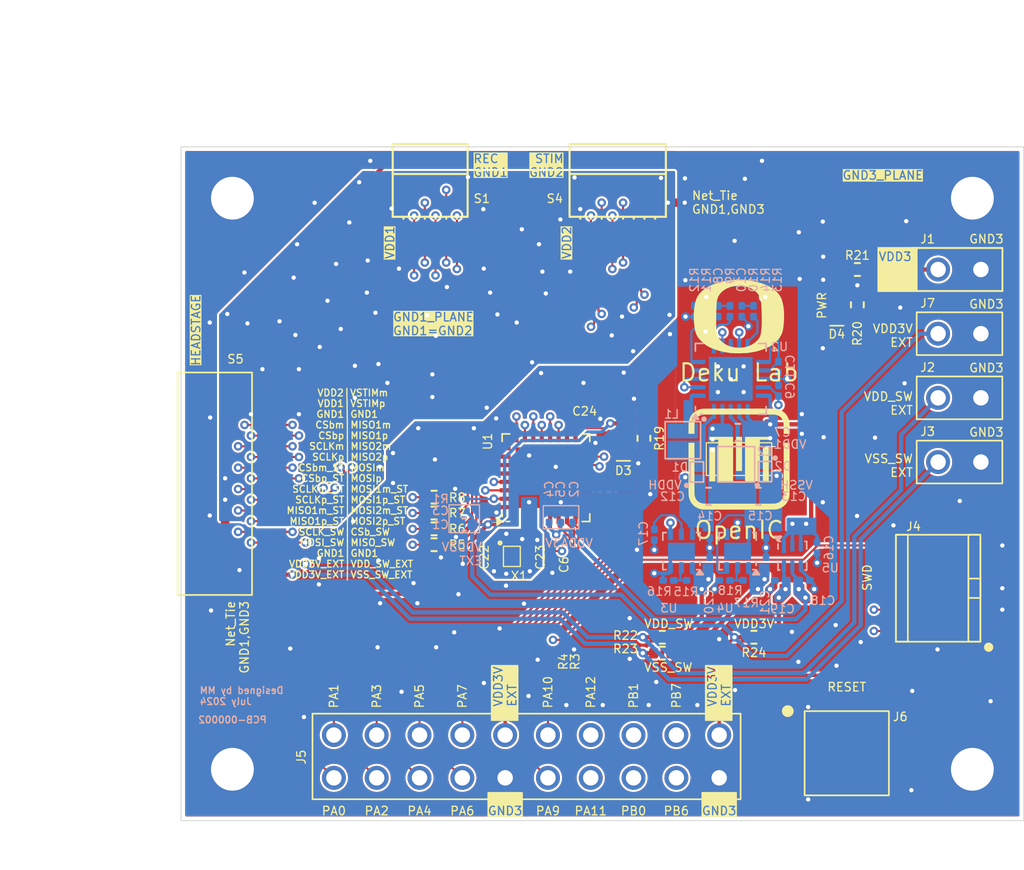
<source format=kicad_pcb>
(kicad_pcb (version 20240108) (generator "pcbnew") (generator_version "8.0")
  (title_block (title "HS-128S-Adapter") (date "7/26/2024") (rev "1.0.0") (company "OpenIC"))
  (layers (0 "F.Cu" signal) (1 "In1.Cu" signal "L2.Cu") (2 "In2.Cu" signal "L3.Cu") (31 "B.Cu" signal) (34 "B.Paste" user) (35 "F.Paste" user) (36 "B.SilkS" user "B.Silkscreen") (37 "F.SilkS" user "F.Silkscreen") (38 "B.Mask" user) (39 "F.Mask" user) (44 "Edge.Cuts" user))
  (net 0 "")
  (net 1 "/VDD3V")
  (net 2 "/VDDA3V")
  (net 3 "/mcu/NRST")
  (net 4 "/VDD3")
  (net 5 "Net-(C8-Pad2)")
  (net 6 "Net-(U2-SEQ)")
  (net 7 "Net-(C10-Pad2)")
  (net 8 "Net-(U2-VREF)")
  (net 9 "Net-(U3-SS)")
  (net 10 "/VDD_SW")
  (net 11 "/VSS_SW")
  (net 12 "Net-(U2-SW1)")
  (net 13 "Net-(U2-SW2)")
  (net 14 "Net-(U2-INBK)")
  (net 15 "Net-(U1-PF3-BOOT0)")
  (net 16 "/mcu/PA10")
  (net 17 "/mcu/PA9")
  (net 18 "Net-(U1-PB5)")
  (net 19 "/MOSI_SW")
  (net 20 "Net-(U1-PB4)")
  (net 21 "/MISO_SW")
  (net 22 "Net-(U1-PB3)")
  (net 23 "/SCLK_SW")
  (net 24 "Net-(U1-PA15)")
  (net 25 "/CSb_SW")
  (net 26 "Net-(U2-COMP1)")
  (net 27 "Net-(U2-COMP2)")
  (net 28 "Net-(U2-FB1)")
  (net 29 "Net-(U2-FB2)")
  (net 30 "Net-(U3-SENSE{slash}ADJ)")
  (net 31 "Net-(U4-ADJ)")
  (net 32 "GND3")
  (net 33 "/MISO1m")
  (net 34 "/CSbm")
  (net 35 "/SCLKm")
  (net 36 "/MOSIp")
  (net 37 "/MISO2p")
  (net 38 "/MISO1p")
  (net 39 "/MISO2m")
  (net 40 "VDD3V_EXT")
  (net 41 "/CSbp")
  (net 42 "/SCLKp")
  (net 43 "/MOSIm")
  (net 44 "/VDD2")
  (net 45 "/CSbp_STIM")
  (net 47 "/SCLKp_STIM")
  (net 48 "/MOSI1m_STIM")
  (net 49 "VDD1")
  (net 50 "/MOSI2m_STIM")
  (net 51 "/SCLKm_STIM")
  (net 52 "/MOSI1p_STIM")
  (net 53 "/VSTIMm")
  (net 54 "/CSbm_STIM")
  (net 56 "/MOSI2p_STIM")
  (net 57 "/mcu/PA2")
  (net 58 "Net-(U1-PC14-OSC32_IN)")
  (net 59 "Net-(U1-PC15-OSC32_OUT)")
  (net 60 "/mcu/PB1")
  (net 61 "/mcu/PA6")
  (net 62 "/mcu/PB0")
  (net 63 "/mcu/PA5")
  (net 64 "/mcu/PB6")
  (net 65 "/mcu/SWDIO")
  (net 66 "/mcu/PA8")
  (net 67 "/mcu/PA7")
  (net 68 "/mcu/PA4")
  (net 69 "/mcu/PA0")
  (net 70 "/mcu/PA1")
  (net 71 "/mcu/SWCLK")
  (net 72 "/mcu/PB7")
  (net 79 "/pmu/VDDH")
  (net 80 "/pmu/VSSH")
  (net 81 "/VDD_SW_EXT")
  (net 82 "/VSS_SW_EXT")
  (net 83 "Net-(D3-Pad2)")
  (net 84 "Net-(D4-Pad2)")
  (net 85 "/MISO1p_STIM")
  (net 86 "/MISO1m_STIM")
  (net 87 "/mcu/PA12")
  (net 88 "/mcu/PA11")
  (net 89 "/mcu/PA3")
  (net 90 "GND1")
  (net 91 "VSTIMp")
  (footprint "openic:MOUNTING_HOLE-PAD-0.1IN" (layer "F.Cu") (at 73.048 126.952)
    (property "Reference" "S6" (hide yes))
    (property "Value" "~")
  )
  (footprint "openic:CRYSTAL-ECS-ECX-1210B-32KHZ" (layer "F.Cu") (at 89.6291 114.31424 -90)
    (property "Reference" "X1")
    (property "Value" "~" (hide yes))
  )
  (footprint "openic:openic-logo_6mm" (layer "F.Cu") (at 103.10966 108.543276)
    (property "Reference" "G***" (hide yes))
    (property "Value" "LOGO" (hide yes))
  )
  (footprint "openic:MOUNTING_HOLE-PAD-0.1IN" (layer "F.Cu") (at 116.952 93.048)
    (property "Reference" "S3" (hide yes))
    (property "Value" "~")
  )
  (footprint "openic:OMNETICS_PZN-16-AA" (layer "F.Cu") (at 95.91018 93.82208)
    (property "Reference" "S4")
    (property "Value" "~" (hide yes))
  )
  (footprint "openic:SMD-ARM10-10_2x5_P0.05in" (layer "F.Cu") (at 114.91936 116.20534 90)
    (property "Reference" "J4")
    (property "Value" "~" (hide yes))
  )
  (footprint "Resistor_SMD:R_0402_1005Metric" (layer "F.Cu") (at 110.13188 97.282)
    (property "Reference" "R21")
    (property "Value" "0")
  )
  (footprint "openic:TLW-102-06-G-S" (layer "F.Cu") (at 116.18976 101.092)
    (property "Reference" "J7")
    (property "Value" "~" (hide yes))
  )
  (footprint "openic:OSRAM-LED-0603" (layer "F.Cu") (at 108.90946 99.31638)
    (property "Reference" "D4")
    (property "Value" "~" (hide yes))
  )
  (footprint "Capacitor_SMD:C_0201_0603Metric" (layer "F.Cu") (at 90.6945 114.3164 -90)
    (property "Reference" "C23")
    (property "Value" "2p")
  )
  (footprint "Resistor_SMD:R_0201_0603Metric" (layer "F.Cu") (at 93.37986 121.69666 -90)
    (property "Reference" "R3")
    (property "Value" "4.7k" (hide yes))
  )
  (footprint "openic:OMNETICS-A79024-001" (layer "F.Cu") (at 75.381 110 -90)
    (property "Reference" "S5")
    (property "Value" "~" (hide yes))
  )
  (footprint "openic:OMNETICS_PZN-12-AA" (layer "F.Cu") (at 84.78178 93.82248)
    (property "Reference" "S1")
    (property "Value" "~" (hide yes))
  )
  (footprint "Resistor_SMD:R_0402_1005Metric" (layer "F.Cu") (at 98.5545 119.113)
    (property "Reference" "R22")
    (property "Value" "0")
  )
  (footprint "Resistor_SMD:R_0402_1005Metric" (layer "F.Cu") (at 85.0136 112.67944 180)
    (property "Reference" "R6")
    (property "Value" "0" (hide yes))
  )
  (footprint "Resistor_SMD:R_0402_1005Metric" (layer "F.Cu") (at 85.0136 110.7971 180)
    (property "Reference" "R8")
    (property "Value" "0" (hide yes))
  )
  (footprint "Resistor_SMD:R_0201_0603Metric" (layer "F.Cu") (at 92.67818 121.69666 -90)
    (property "Reference" "R4")
    (property "Value" "4.7k" (hide yes))
  )
  (footprint "Capacitor_SMD:C_0201_0603Metric" (layer "F.Cu") (at 92.02924 114.3164 -90)
    (property "Reference" "C6")
    (property "Value" "100n" (hide yes))
  )
  (footprint "Resistor_SMD:R_0402_1005Metric" (layer "F.Cu") (at 85.0136 113.61944 180)
    (property "Reference" "R5")
    (property "Value" "0" (hide yes))
  )
  (footprint "openic:MOUNTING_HOLE-PAD-0.1IN" (layer "F.Cu") (at 73.048 93.048)
    (property "Reference" "S2" (hide yes))
    (property "Value" "~")
  )
  (footprint "Resistor_SMD:R_0402_1005Metric" (layer "F.Cu") (at 98.5545 120.05476)
    (property "Reference" "R23")
    (property "Value" "0")
  )
  (footprint "openic:ROHM-LED-0603" (layer "F.Cu") (at 96.24502 107.24224)
    (property "Reference" "D3")
    (property "Value" "~" (hide yes))
  )
  (footprint "Capacitor_SMD:C_0201_0603Metric" (layer "F.Cu") (at 93.94768 106.29224)
    (property "Reference" "C24")
    (property "Value" "100n")
  )
  (footprint "openic:TLW-102-06-G-S" (layer "F.Cu") (at 116.18976 104.902)
    (property "Reference" "J2")
    (property "Value" "~" (hide yes))
  )
  (footprint "Resistor_SMD:R_0402_1005Metric" (layer "F.Cu") (at 97.46458 107.30474 90)
    (property "Reference" "R19")
    (property "Value" "402")
  )
  (footprint "Resistor_SMD:R_0402_1005Metric" (layer "F.Cu") (at 103.99264 119.113)
    (property "Reference" "R24")
    (property "Value" "0")
  )
  (footprint "NetTie:NetTie-2_SMD_Pad0.5mm" (layer "F.Cu") (at 99.38582 93.31408)
    (property "Reference" "NT1" (hide yes))
    (property "Value" "NetTie_2" (hide yes))
  )
  (footprint "openic:BOURNES-PUSHBUTTON-7914G-1-000" (layer "F.Cu") (at 109.5 126)
    (property "Reference" "J6")
    (property "Value" "~" (hide yes))
  )
  (footprint "Capacitor_SMD:C_0201_0603Metric" (layer "F.Cu") (at 88.56592 114.3164 -90)
    (property "Reference" "C22")
    (property "Value" "2p")
  )
  (footprint "Resistor_SMD:R_0402_1005Metric" (layer "F.Cu") (at 110.12796 99.37888 -90)
    (property "Reference" "R20")
    (property "Value" "499")
  )
  (footprint "openic:uo-logo_6mm" (layer "F.Cu") (at 103.104997 100.076)
    (property "Reference" "G***" (hide yes))
    (property "Value" "LOGO" (hide yes))
  )
  (footprint "openic:TLW-102-06-G-S" (layer "F.Cu") (at 116.18976 108.712)
    (property "Reference" "J3")
    (property "Value" "~" (hide yes))
  )
  (footprint "Resistor_SMD:R_0402_1005Metric" (layer "F.Cu") (at 85.0136 111.73944 180)
    (property "Reference" "R7")
    (property "Value" "0" (hide yes))
  )
  (footprint "openic:MOUNTING_HOLE-PAD-0.1IN" (layer "F.Cu") (at 116.952 126.952)
    (property "Reference" "S7" (hide yes))
    (property "Value" "~")
  )
  (footprint "openic:UFQFPN-32-1EP_5x5mm_P0.5mm_EP3.6x3.6mm" (layer "F.Cu") (at 91.65224 109.64232 90)
    (property "Reference" "U1")
    (property "Value" "~" (hide yes))
  )
  (footprint "openic:TLW-102-06-G-S" (layer "F.Cu") (at 116.18976 97.282)
    (property "Reference" "J1")
    (property "Value" "~" (hide yes))
  )
  (footprint "openic:SLW-110-01-G-D" (layer "F.Cu") (at 90.5 126.1905 90)
    (property "Reference" "J5")
    (property "Value" "~" (hide yes))
  )
  (footprint "NetTie:NetTie-2_SMD_Pad0.5mm" (layer "F.Cu") (at 73.4661 114.62858 -90)
    (property "Reference" "NT2" (hide yes))
    (property "Value" "NetTie_2" (hide yes))
  )
  (footprint "Capacitor_SMD:C_0201_0603Metric" (layer "B.Cu") (at 91.83276 111.97688 90)
    (property "Reference" "C4")
    (property "Value" "100n" (hide yes))
  )
  (footprint "Capacitor_SMD:C_0201_0603Metric" (layer "B.Cu") (at 106.98958 115.736)
    (property "Reference" "C18")
    (property "Value" "1u" (hide yes))
  )
  (footprint "openic:SMD-0808" (layer "B.Cu") (at 102.93958 108.84362)
    (property "Reference" "L2")
    (property "Value" "4.7u" (hide yes))
  )
  (footprint "Resistor_SMD:R_0201_0603Metric" (layer "B.Cu") (at 101.16386 99.75798 90)
    (property "Reference" "R11")
    (property "Value" "1.15M" (hide yes))
  )
  (footprint "Capacitor_SMD:C_0201_0603Metric" (layer "B.Cu") (at 101.36946 112.90226 -90)
    (property "Reference" "C14")
    (property "Value" "2.2u" (hide yes))
  )
  (footprint "Capacitor_SMD:C_0201_0603Metric" (layer "B.Cu") (at 103.26698 99.75798 90)
    (property "Reference" "C10")
    (property "Value" "33n" (hide yes))
  )
  (footprint "openic:WSON-6_1.5mmx1.5mm_P0.5mm" (layer "B.Cu") (at 106.27228 114.27592)
    (property "Reference" "U5")
    (property "Value" "~" (hide yes))
  )
  (footprint "openic:X3-WLB1006-2" (layer "B.Cu") (at 104.650503 109.276677 -90)
    (property "Reference" "D2")
    (property "Value" "~" (hide yes))
  )
  (footprint "Resistor_SMD:R_0201_0603Metric" (layer "B.Cu") (at 104.66924 99.75798 90)
    (property "Reference" "R14")
    (property "Value" "1.33M" (hide yes))
  )
  (footprint "openic:LFCSP-20-1EP_4mmx4mm_P0.5mm_EP2.6mm" (layer "B.Cu") (at 102.61744 103.77156)
    (property "Reference" "U2")
    (property "Value" "~" (hide yes))
  )
  (footprint "Capacitor_SMD:C_0603_1608Metric" (layer "B.Cu") (at 101.29748 110.74792)
    (property "Reference" "C12")
    (property "Value" "10u" (hide yes))
  )
  (footprint "openic:LFCSP-6-1EP_2mmx2mm_P0.65mm_EP1.6mmx1mm" (layer "B.Cu") (at 103.02282 114.00052 180)
    (property "Reference" "U4")
    (property "Value" "~" (hide yes))
  )
  (footprint "Capacitor_SMD:C_0201_0603Metric" (layer "B.Cu") (at 105.4457 103.07204 -90)
    (property "Reference" "C11")
    (property "Value" "1u" (hide yes))
  )
  (footprint "Resistor_SMD:R_0201_0603Metric" (layer "B.Cu") (at 105.37022 99.75798 90)
    (property "Reference" "R13")
    (property "Value" "100k" (hide yes))
  )
  (footprint "Capacitor_SMD:C_0201_0603Metric" (layer "B.Cu") (at 104.7116 114.68502 90)
    (property "Reference" "C21")
    (property "Value" "2.2u" (hide yes))
  )
  (footprint "Capacitor_SMD:C_0201_0603Metric" (layer "B.Cu") (at 105.4457 104.47412 -90)
    (property "Reference" "C9")
    (property "Value" "1u" (hide yes))
  )
  (footprint "Capacitor_SMD:C_0201_0603Metric" (layer "B.Cu") (at 101.86424 99.75798 90)
    (property "Reference" "C8")
    (property "Value" "33n" (hide yes))
  )
  (footprint "Resistor_SMD:R_0201_0603Metric" (layer "B.Cu") (at 86.58446 110.90908 180)
    (property "Reference" "R1")
    (property "Value" "0" (hide yes))
  )
  (footprint "Capacitor_SMD:C_0201_0603Metric" (layer "B.Cu") (at 98.08022 113.02926 -90)
    (property "Reference" "C17")
    (property "Value" "1n" (hide yes))
  )
  (footprint "Resistor_SMD:R_0201_0603Metric" (layer "B.Cu") (at 103.96754 99.75798 -90)
    (property "Reference" "R10")
    (property "Value" "7.5k" (hide yes))
  )
  (footprint "openic:X3-WLB1006-2" (layer "B.Cu") (at 100.59928 109.300363 90)
    (property "Reference" "D1")
    (property "Value" "~" (hide yes))
  )
  (footprint "openic:LFCSP-6-1EP_2mmx2mm_P0.65mm_EP1.6mmx1mm" (layer "B.Cu") (at 99.6881 114.00052 180)
    (property "Reference" "U3")
    (property "Value" "~" (hide yes))
  )
  (footprint "Resistor_SMD:R_0201_0603Metric" (layer "B.Cu") (at 102.25474 115.736 180)
    (property "Reference" "R18")
    (property "Value" "10k" (hide yes))
  )
  (footprint "Resistor_SMD:R_0201_0603Metric" (layer "B.Cu") (at 100.31634 115.736 180)
    (property "Reference" "R15")
    (property "Value" "8.06k" (hide yes))
  )
  (footprint "Capacitor_SMD:C_0201_0603Metric" (layer "B.Cu") (at 101.36946 114.68502 90)
    (property "Reference" "C20")
    (property "Value" "2.2u" (hide yes))
  )
  (footprint "Capacitor_SMD:C_0603_1608Metric" (layer "B.Cu") (at 104.25804 110.74792)
    (property "Reference" "C13")
    (property "Value" "10u" (hide yes))
  )
  (footprint "Capacitor_SMD:C_0402_1005Metric" (layer "B.Cu") (at 86.79446 112.41908 180)
    (property "Reference" "C1")
    (property "Value" "4.7u" (hide yes))
  )
  (footprint "Resistor_SMD:R_0201_0603Metric" (layer "B.Cu") (at 100.46288 99.75798 -90)
    (property "Reference" "R12")
    (property "Value" "100k" (hide yes))
  )
  (footprint "Capacitor_SMD:C_0603_1608Metric" (layer "B.Cu") (at 103.04392 106.95488 180)
    (property "Reference" "C7")
    (property "Value" "10u" (hide yes))
  )
  (footprint "Capacitor_SMD:C_0201_0603Metric" (layer "B.Cu") (at 105.55468 115.736 180)
    (property "Reference" "C19")
    (property "Value" "1u" (hide yes))
  )
  (footprint "openic:SMD-0808" (layer "B.Cu") (at 99.773877 107.4144 90)
    (property "Reference" "L1")
    (property "Value" "3.3u" (hide yes))
  )
  (footprint "Capacitor_SMD:C_0201_0603Metric" (layer "B.Cu") (at 104.7116 112.90226 -90)
    (property "Reference" "C15")
    (property "Value" "2.2u" (hide yes))
  )
  (footprint "Capacitor_SMD:C_0201_0603Metric" (layer "B.Cu") (at 107.73904 113.79888 -90)
    (property "Reference" "C16")
    (property "Value" "1u" (hide yes))
  )
  (footprint "Resistor_SMD:R_0201_0603Metric" (layer "B.Cu") (at 98.91634 115.736 180)
    (property "Reference" "R16")
    (property "Value" "10k" (hide yes))
  )
  (footprint "Capacitor_SMD:C_0201_0603Metric" (layer "B.Cu") (at 93.23276 111.97688 90)
    (property "Reference" "C2")
    (property "Value" "1u" (hide yes))
  )
  (footprint "Resistor_SMD:R_0201_0603Metric" (layer "B.Cu") (at 102.56552 99.75798 -90)
    (property "Reference" "R9")
    (property "Value" "4.87k" (hide yes))
  )
  (footprint "Capacitor_SMD:C_0201_0603Metric" (layer "B.Cu") (at 86.58446 111.60908 180)
    (property "Reference" "C3")
    (property "Value" "100n" (hide yes))
  )
  (footprint "Resistor_SMD:R_0201_0603Metric" (layer "B.Cu") (at 103.65474 115.736 180)
    (property "Reference" "R17")
    (property "Value" "64.9k" (hide yes))
  )
  (footprint "Capacitor_SMD:C_0201_0603Metric" (layer "B.Cu") (at 92.53276 111.97688 90)
    (property "Reference" "C5")
    (property "Value" "10n" (hide yes))
  )
  (gr_rect (start 91.4908 111.3028) (end 93.599 112.6744) (stroke (width 0.0762)) (fill none) (layer "B.SilkS"))
  (gr_rect (start 85.9028 111.252) (end 87.7062 112.903) (stroke (width 0.0762)) (fill none) (layer "B.SilkS"))
  (gr_rect (start 100.91674 128.33858) (end 102.94366 129.0447) (stroke (width 0.0762)) (fill solid) (layer "F.SilkS"))
  (gr_rect (start 100.91674 129.0447) (end 102.94366 129.7432) (stroke (width 0.0762)) (fill none) (layer "F.SilkS"))
  (gr_rect (start 88.21674 128.33858) (end 90.24366 129.0447) (stroke (width 0.0762)) (fill solid) (layer "F.SilkS"))
  (gr_rect (start 88.42248 123.27128) (end 89.98204 124.04344) (stroke (width 0.0762)) (fill solid) (layer "F.SilkS"))
  (gr_rect (start 111.35868 95.9866) (end 113.64976 96.14916) (stroke (width 0.0762)) (fill solid) (layer "F.SilkS"))
  (gr_rect (start 113.33734 95.9866) (end 113.64976 96.84512) (stroke (width 0.0762)) (fill solid) (layer "F.SilkS"))
  (gr_rect (start 111.35868 96.84512) (end 113.64976 98.5774) (stroke (width 0.0762)) (fill solid) (layer "F.SilkS"))
  (gr_rect (start 113.64976 95.9866) (end 118.745 98.5774) (stroke (width 0.0762)) (fill none) (layer "F.SilkS"))
  (gr_rect (start 88.21674 129.0447) (end 90.24366 129.7432) (stroke (width 0.0762)) (fill none) (layer "F.SilkS"))
  (gr_rect (start 101.12248 120.79732) (end 102.68204 123.27128) (stroke (width 0.0762)) (fill none) (layer "F.SilkS"))
  (gr_rect (start 88.42248 120.79732) (end 89.98204 123.27128) (stroke (width 0.0762)) (fill none) (layer "F.SilkS"))
  (gr_rect (start 101.12248 123.27128) (end 102.68204 124.04344) (stroke (width 0.0762)) (fill solid) (layer "F.SilkS"))
  (gr_rect (start 111.35868 96.14916) (end 113.33734 96.84512) (stroke (width 0.0762)) (fill none) (layer "F.SilkS"))
  (gr_rect (start 70 90) (end 120 130) (stroke (width 0.05)) (fill none) (layer "Edge.Cuts"))
  (gr_text "VSSH" (at 106.51744 110.08868 0) (layer "B.SilkS") (effects (font (size 0.508 0.508) (thickness 0.0762)) (justify mirror)))
  (gr_text "Designed by MM\nJuly 2024" (at 71.07066 122.59848 0) (layer "B.SilkS") (effects (font (size 0.4064 0.4064) (thickness 0.0762)) (justify right mirror)))
  (gr_text "PCB-000002" (at 73.05548 124.0155 0) (layer "B.SilkS") (effects (font (size 0.4064 0.4064) (thickness 0.0762)) (justify mirror)))
  (gr_text "VDD3V\nEXT" (at 87.89162 114.16792 0) (layer "B.SilkS") (effects (font (size 0.508 0.508) (thickness 0.0762)) (justify left mirror)))
  (gr_text "VDD1" (at 106.13644 107.66044 0) (layer "B.SilkS") (effects (font (size 0.508 0.508) (thickness 0.0762)) (justify mirror)))
  (gr_text "VDDH" (at 98.71202 110.07598 0) (layer "B.SilkS") (effects (font (size 0.508 0.508) (thickness 0.0762)) (justify mirror)))
  (gr_text "VDDA3V" (at 93.0275 113.53038 0) (layer "B.SilkS") (effects (font (size 0.508 0.508) (thickness 0.0762)) (justify mirror)))
  (gr_text "PA4" (at 84.15 129.42316 0) (layer "F.SilkS") (effects (font (size 0.508 0.508) (thickness 0.0762))))
  (gr_text "VDD_SW\nEXT" (at 113.46688 105.22966 0) (layer "F.SilkS") (effects (font (size 0.508 0.508) (thickness 0.0762)) (justify right)))
  (gr_text "VDD2" (at 92.89034 96.70034 90) (layer "F.SilkS" knockout) (effects (font (size 0.508 0.508) (thickness 0.0762)) (justify left)))
  (gr_text "GND3" (at 116.72062 95.47352 0) (layer "F.SilkS") (effects (font (size 0.508 0.508) (thickness 0.0762)) (justify left)))
  (gr_text "CSbm_ST|MOSIm" (at 79.52486 109.0475 0) (layer "F.SilkS") (effects (font (size 0.4064 0.4064) (thickness 0.0762))))
  (gr_text "STIM\nGND2" (at 92.74556 91.11234 0) (layer "F.SilkS" knockout) (effects (font (size 0.508 0.508) (thickness 0.0762)) (justify right)))
  (gr_text "VDD1|VSTIMp" (at 80.11414 105.2375 0) (layer "F.SilkS") (effects (font (size 0.4064 0.4064) (thickness 0.0762))))
  (gr_text "VSS_SW" (at 97.4344 120.904 0) (layer "F.SilkS") (effects (font (size 0.508 0.508) (thickness 0.0762)) (justify left)))
  (gr_text "VDD_SW" (at 97.4344 118.3132 0) (layer "F.SilkS") (effects (font (size 0.508 0.508) (thickness 0.0762)) (justify left)))
  (gr_text "PA9" (at 91.77 129.42316 0) (layer "F.SilkS") (effects (font (size 0.508 0.508) (thickness 0.0762))))
  (gr_text "RESET" (at 109.5 122.06986 0) (layer "F.SilkS") (effects (font (size 0.508 0.508) (thickness 0.0762))))
  (gr_text "GND3" (at 116.72062 99.33686 0) (layer "F.SilkS") (effects (font (size 0.508 0.508) (thickness 0.0762)) (justify left)))
  (gr_text "PA1" (at 79.0702 123.37796 90) (layer "F.SilkS") (effects (font (size 0.508 0.508) (thickness 0.0762)) (justify left)))
  (gr_text "CSbm|MISO1m" (at 80.21574 106.5075 0) (layer "F.SilkS") (effects (font (size 0.4064 0.4064) (thickness 0.0762))))
  (gr_text "VDD2|VSTIMm" (at 80.19034 104.6025 0) (layer "F.SilkS") (effects (font (size 0.4064 0.4064) (thickness 0.0762))))
  (gr_text "PA12" (at 94.3102 123.37796 90) (layer "F.SilkS") (effects (font (size 0.508 0.508) (thickness 0.0762)) (justify left)))
  (gr_text "PB7" (at 99.3902 123.37796 90) (layer "F.SilkS") (effects (font (size 0.508 0.508) (thickness 0.0762)) (justify left)))
  (gr_text "PA3" (at 81.6102 123.37796 90) (layer "F.SilkS") (effects (font (size 0.508 0.508) (thickness 0.0762)) (justify left)))
  (gr_text "VDD3V" (at 102.7684 118.3132 0) (layer "F.SilkS") (effects (font (size 0.508 0.508) (thickness 0.0762)) (justify left)))
  (gr_text "PA5" (at 84.1502 123.37796 90) (layer "F.SilkS") (effects (font (size 0.508 0.508) (thickness 0.0762)) (justify left)))
  (gr_text "SCLKm|MISO2m" (at 80.03794 107.7775 0) (layer "F.SilkS") (effects (font (size 0.4064 0.4064) (thickness 0.0762))))
  (gr_text "VDD3V\nEXT" (at 113.46688 101.20376 0) (layer "F.SilkS") (effects (font (size 0.508 0.508) (thickness 0.0762)) (justify right)))
  (gr_text "VSS_SW\nEXT" (at 113.46688 108.92282 0) (layer "F.SilkS") (effects (font (size 0.508 0.508) (thickness 0.0762)) (justify right)))
  (gr_text "SWD" (at 110.71606 115.57254 90) (layer "F.SilkS") (effects (font (size 0.508 0.508) (thickness 0.0762))))
  (gr_text "SCLK_SW|CSb_SW" (at 79.68742 112.8575 0) (layer "F.SilkS") (effects (font (size 0.4064 0.4064) (thickness 0.0762))))
  (gr_text "VDD3V_EXT|VDD_SW_EXT" (at 80.08874 114.7625 0) (layer "F.SilkS") (effects (font (size 0.4064 0.4064) (thickness 0.0762))))
  (gr_text "OpenIC" (at 103.10966 112.75344 0) (layer "F.SilkS") (effects (font (size 1.016 1.016) (thickness 0.127))))
  (gr_text "MISO1m_ST|MOSI2m_ST" (at 79.87284 111.5875 0) (layer "F.SilkS") (effects (font (size 0.4064 0.4064) (thickness 0.0762))))
  (gr_text "PA10" (at 91.7702 123.37796 90) (layer "F.SilkS") (effects (font (size 0.508 0.508) (thickness 0.0762)) (justify left)))
  (gr_text "REC\nGND1" (at 87.30488 91.11234 0) (layer "F.SilkS" knockout) (effects (font (size 0.508 0.508) (thickness 0.0762)) (justify left)))
  (gr_text "CSbp|MISO1p" (at 80.21574 107.1425 0) (layer "F.SilkS") (effects (font (size 0.4064 0.4064) (thickness 0.0762))))
  (gr_text "VDD3V\nEXT" (at 89.23 123.27636 90) (layer "F.SilkS" knockout) (effects (font (size 0.508 0.508) (thickness 0.0762)) (justify left)))
  (gr_text "GND3" (at 116.72062 106.94416 0) (layer "F.SilkS") (effects (font (size 0.508 0.508) (thickness 0.0762)) (justify left)))
  (gr_text "HEADSTAGE" (at 70.88632 103.0478 90) (layer "F.SilkS" knockout) (effects (font (size 0.508 0.508) (thickness 0.0762)) (justify left)))
  (gr_text "GND3" (at 101.93 129.42316 0) (layer "F.SilkS" knockout) (effects (font (size 0.508 0.508) (thickness 0.0762))))
  (gr_text "SCLKm_ST|MOSI1m_ST" (at 80.03794 110.3175 0) (layer "F.SilkS") (effects (font (size 0.4064 0.4064) (thickness 0.0762))))
  (gr_text "Net_Tie\nGND1,GND3" (at 73.35012 116.91366 90) (layer "F.SilkS") (effects (font (size 0.508 0.508) (thickness 0.0762)) (justify right)))
  (gr_text "GND3" (at 89.23 129.42316 0) (layer "F.SilkS" knockout) (effects (font (size 0.508 0.508) (thickness 0.0762))))
  (gr_text "VDD1" (at 82.3976 96.70034 90) (layer "F.SilkS" knockout) (effects (font (size 0.508 0.508) (thickness 0.0762)) (justify left)))
  (gr_text "PB0" (at 96.85 129.42316 0) (layer "F.SilkS") (effects (font (size 0.508 0.508) (thickness 0.0762))))
  (gr_text "PB1" (at 96.8502 123.37796 90) (layer "F.SilkS") (effects (font (size 0.508 0.508) (thickness 0.0762)) (justify left)))
  (gr_text "Deku Lab" (at 103.10966 103.4034 0) (layer "F.SilkS") (effects (font (size 1.016 1.016) (thickness 0.127))))
  (gr_text "GND1_PLANE\nGND1=GND2" (at 82.53984 100.51288 0) (layer "F.SilkS" knockout) (effects (font (size 0.508 0.508) (thickness 0.0762)) (justify left)))
  (gr_text "PA11" (at 94.31 129.42316 0) (layer "F.SilkS") (effects (font (size 0.508 0.508) (thickness 0.0762))))
  (gr_text "MISO1p_ST|MOSI2p_ST" (at 79.87284 112.2225 0) (layer "F.SilkS") (effects (font (size 0.4064 0.4064) (thickness 0.0762))))
  (gr_text "CSbp_ST|MOSIp" (at 79.52486 109.6825 0) (layer "F.SilkS") (effects (font (size 0.4064 0.4064) (thickness 0.0762))))
  (gr_text "PB6" (at 99.39 129.42316 0) (layer "F.SilkS") (effects (font (size 0.508 0.508) (thickness 0.0762))))
  (gr_text "SCLKp|MISO2p" (at 80.03794 108.4125 0) (layer "F.SilkS") (effects (font (size 0.4064 0.4064) (thickness 0.0762))))
  (gr_text "GND3" (at 116.72062 103.12654 0) (layer "F.SilkS") (effects (font (size 0.508 0.508) (thickness 0.0762)) (justify left)))
  (gr_text "PA7" (at 86.6902 123.37796 90) (layer "F.SilkS") (effects (font (size 0.508 0.508) (thickness 0.0762)) (justify left)))
  (gr_text "PA2" (at 81.61 129.42316 0) (layer "F.SilkS") (effects (font (size 0.508 0.508) (thickness 0.0762))))
  (gr_text "GND1|GND1" (at 79.87284 114.1275 0) (layer "F.SilkS") (effects (font (size 0.4064 0.4064) (thickness 0.0762))))
  (gr_text "VDD3\n" (at 111.3536 96.52 0) (layer "F.SilkS" knockout) (effects (font (size 0.508 0.508) (thickness 0.0762)) (justify left)))
  (gr_text "PA6" (at 86.69 129.42316 0) (layer "F.SilkS") (effects (font (size 0.508 0.508) (thickness 0.0762))))
  (gr_text "GND3_PLANE" (at 109.2073 91.69146 0) (layer "F.SilkS" knockout) (effects (font (size 0.508 0.508) (thickness 0.0762)) (justify left)))
  (gr_text "PA0" (at 79.07 129.42316 0) (layer "F.SilkS") (effects (font (size 0.508 0.508) (thickness 0.0762))))
  (gr_text "VDD3V_EXT|VSS_SW_EXT" (at 80.06334 115.3975 0) (layer "F.SilkS") (effects (font (size 0.4064 0.4064) (thickness 0.0762))))
  (gr_text "SCLKp_ST|MOSI1p_ST" (at 80.03794 110.9525 0) (layer "F.SilkS") (effects (font (size 0.4064 0.4064) (thickness 0.0762))))
  (gr_text "GND1|GND1" (at 79.86014 105.8725 0) (layer "F.SilkS") (effects (font (size 0.4064 0.4064) (thickness 0.0762))))
  (gr_text "Net_Tie\nGND1,GND3" (at 100.27158 93.30182 0) (layer "F.SilkS") (effects (font (size 0.508 0.508) (thickness 0.0762)) (justify left)))
  (gr_text "VDD3V\nEXT" (at 101.9302 123.27636 90) (layer "F.SilkS" knockout) (effects (font (size 0.508 0.508) (thickness 0.0762)) (justify left)))
  (gr_text "PWR" (at 108.0262 99.4156 90) (layer "F.SilkS") (effects (font (size 0.508 0.508) (thickness 0.0762))))
  (gr_text "MOSI_SW|MISO_SW" (at 79.87284 113.4925 0) (layer "F.SilkS") (effects (font (size 0.4064 0.4064) (thickness 0.0762))))
  (segment (start 105.467 118.79638) (end 105.467 116.7618) (width 0.254) (layer "F.Cu") (net 1))
  (segment (start 104.50264 119.113) (end 105.15038 119.113) (width 0.254) (layer "F.Cu") (net 1))
  (segment (start 105.15038 119.113) (end 105.467 118.79638) (width 0.254) (layer "F.Cu") (net 1))
  (via (at 105.467 116.7618) (size 0.508) (drill 0.254) (layers "F.Cu" "B.Cu") (net 1))
  (via (at 105.867 116.2572) (size 0.508) (drill 0.254) (layers "F.Cu" "B.Cu") (net 1))
  (segment (start 105.77228 114.87592) (end 105.77228 115.6336) (width 0.2032) (layer "B.Cu") (net 1))
  (segment (start 105.77228 115.6336) (end 105.87468 115.736) (width 0.2032) (layer "B.Cu") (net 1))
  (segment (start 105.867 115.74368) (end 105.87468 115.736) (width 0.2032) (layer "B.Cu") (net 1))
  (segment (start 105.467 116.7618) (end 105.467 116.6572) (width 0.2032) (layer "B.Cu") (net 1))
  (segment (start 105.467 116.6572) (end 105.867 116.2572) (width 0.2032) (layer "B.Cu") (net 1))
  (segment (start 105.867 116.2572) (end 105.867 115.74368) (width 0.2032) (layer "B.Cu") (net 1))
  (segment (start 91.9099 112.573948) (end 91.90224 112.566288) (width 0.2032) (layer "F.Cu") (net 2))
  (segment (start 92.26026 113.02) (end 91.9099 112.66964) (width 0.2032) (layer "F.Cu") (net 2))
  (segment (start 91.9099 112.66964) (end 91.9099 112.573948) (width 0.2032) (layer "F.Cu") (net 2))
  (segment (start 91.90224 112.566288) (end 91.90224 112.06732) (width 0.2032) (layer "F.Cu") (net 2))
  (via (at 92.26026 113.02) (size 0.508) (drill 0.254) (layers "F.Cu" "B.Cu") (net 2))
  (via (at 107.04578 116.7618) (size 0.508) (drill 0.254) (layers "F.Cu" "B.Cu") (net 2))
  (via (at 106.647 116.2572) (size 0.508) (drill 0.254) (layers "F.Cu" "B.Cu") (net 2))
  (segment (start 106.647 116.2572) (end 106.647 115.75858) (width 0.2032) (layer "B.Cu") (net 2))
  (segment (start 107.04578 117.49022) (end 107.04578 116.7618) (width 0.254) (layer "B.Cu") (net 2))
  (segment (start 106.5022 118.0338) (end 107.04578 117.49022) (width 0.254) (layer "B.Cu") (net 2))
  (segment (start 106.27228 115.3387) (end 106.66958 115.736) (width 0.2032) (layer "B.Cu") (net 2))
  (segment (start 107.04578 116.7618) (end 107.04578 116.65598) (width 0.2032) (layer "B.Cu") (net 2))
  (segment (start 93.11696 112.7475) (end 93.23276 112.6317) (width 0.2032) (layer "B.Cu") (net 2))
  (segment (start 92.26026 113.02) (end 92.53276 112.7475) (width 0.2032) (layer "B.Cu") (net 2))
  (segment (start 92.26026 113.02) (end 92.1158 113.02) (width 0.2032) (layer "B.Cu") (net 2))
  (segment (start 92.53276 112.7475) (end 92.53276 112.29688) (width 0.2032) (layer "B.Cu") (net 2))
  (segment (start 106.647 115.75858) (end 106.66958 115.736) (width 0.2032) (layer "B.Cu") (net 2))
  (segment (start 92.26026 113.02) (end 91.83276 112.5925) (width 0.2032) (layer "B.Cu") (net 2))
  (segment (start 98.0948 118.0338) (end 106.5022 118.0338) (width 0.254) (layer "B.Cu") (net 2))
  (segment (start 91.83276 112.5925) (end 91.83276 112.29688) (width 0.2032) (layer "B.Cu") (net 2))
  (segment (start 106.27228 114.87592) (end 106.27228 115.3387) (width 0.2032) (layer "B.Cu") (net 2))
  (segment (start 93.23276 112.6317) (end 93.23276 112.29688) (width 0.2032) (layer "B.Cu") (net 2))
  (segment (start 92.53276 112.7475) (end 93.11696 112.7475) (width 0.2032) (layer "B.Cu") (net 2))
  (segment (start 107.04578 116.65598) (end 106.647 116.2572) (width 0.2032) (layer "B.Cu") (net 2))
  (segment (start 93.11696 112.7475) (end 93.11696 113.05596) (width 0.254) (layer "B.Cu") (net 2))
  (segment (start 93.11696 113.05596) (end 98.0948 118.0338) (width 0.254) (layer "B.Cu") (net 2))
  (segment (start 91.40224 112.06732) (end 91.40224 112.47938) (width 0.127) (layer "F.Cu") (net 3))
  (segment (start 115.16106 112.42294) (end 118.4402 112.42294) (width 0.127) (layer "F.Cu") (net 3))
  (segment (start 118.4402 112.42294) (end 119.41048 113.39322) (width 0.127) (layer "F.Cu") (net 3))
  (segment (start 106.926304 114.510302) (end 107.771266 113.66534) (width 0.127) (layer "F.Cu") (net 3))
  (segment (start 97.381578 114.510302) (end 106.926304 114.510302) (width 0.127) (layer "F.Cu") (net 3))
  (segment (start 107.771266 113.66534) (end 110.57128 113.66534) (width 0.127) (layer "F.Cu") (net 3))
  (segment (start 91.40224 112.47938) (end 91.6178 112.69494) (width 0.127) (layer "F.Cu") (net 3))
  (segment (start 119.41048 113.39322) (end 119.41048 119.45112) (width 0.127) (layer "F.Cu") (net 3))
  (segment (start 113.91866 113.66534) (end 115.16106 112.42294) (width 0.127) (layer "F.Cu") (net 3))
  (segment (start 110.77 128.7432) (end 110.77 123.2568) (width 0.127) (layer "F.Cu") (net 3))
  (segment (start 92.02924 113.9964) (end 92.60078 113.9964) (width 0.127) (layer "F.Cu") (net 3))
  (segment (start 110.57128 113.66534) (end 112.88736 113.66534) (width 0.127) (layer "F.Cu") (net 3))
  (segment (start 91.6178 112.69494) (end 91.6178 113.58496) (width 0.127) (layer "F.Cu") (net 3))
  (segment (start 92.070474 119.268794) (end 92.623086 119.268794) (width 0.127) (layer "F.Cu") (net 3))
  (segment (start 119.41048 119.45112) (end 115.6048 123.2568) (width 0.127) (layer "F.Cu") (net 3))
  (segment (start 92.623086 119.268794) (end 97.381578 114.510302) (width 0.127) (layer "F.Cu") (net 3))
  (segment (start 115.6048 123.2568) (end 110.77 123.2568) (width 0.127) (layer "F.Cu") (net 3))
  (segment (start 91.6178 113.58496) (end 92.02924 113.9964) (width 0.127) (layer "F.Cu") (net 3))
  (segment (start 112.88736 113.66534) (end 113.91866 113.66534) (width 0.127) (layer "F.Cu") (net 3))
  (via (at 92.070474 119.268794) (size 0.508) (drill 0.254) (layers "F.Cu" "B.Cu") (net 3))
  (via (at 92.60078 113.9964) (size 0.508) (drill 0.254) (layers "F.Cu" "B.Cu") (net 3))
  (segment (start 110.64188 97.282) (end 114.91976 97.282) (width 0.254) (layer "F.Cu") (net 4))
  (segment (start 101.86424 99.43798) (end 102.56552 99.43798) (width 0.127) (layer "B.Cu") (net 5))
  (via (at 105.4421 105.32578) (size 0.508) (drill 0.254) (layers "F.Cu" "B.Cu") (net 6))
  (via (at 99.86144 104.27156) (size 0.508) (drill 0.254) (layers "F.Cu" "B.Cu") (net 6))
  (segment (start 105.4421 104.79412) (end 105.4421 105.32578) (width 0.127) (layer "B.Cu") (net 6))
  (segment (start 104.55494 104.27156) (end 104.91954 104.27156) (width 0.127) (layer "B.Cu") (net 6))
  (segment (start 99.86144 103.92276) (end 99.86144 104.27156) (width 0.127) (layer "B.Cu") (net 6))
  (segment (start 104.91954 104.27156) (end 105.4421 104.79412) (width 0.127) (layer "B.Cu") (net 6))
  (segment (start 105.4421 104.79412) (end 105.4457 104.79412) (width 0.127) (layer "B.Cu") (net 6))
  (segment (start 100.67994 104.27156) (end 99.86144 104.27156) (width 0.127) (layer "B.Cu") (net 6))
  (segment (start 100.01264 103.77156) (end 99.86144 103.92276) (width 0.127) (layer "B.Cu") (net 6))
  (segment (start 100.67994 103.77156) (end 100.01264 103.77156) (width 0.127) (layer "B.Cu") (net 6))
  (segment (start 103.26698 99.43798) (end 103.96754 99.43798) (width 0.127) (layer "B.Cu") (net 7))
  (segment (start 104.55494 103.27156) (end 104.92258 103.27156) (width 0.127) (layer "B.Cu") (net 8))
  (segment (start 104.92258 103.27156) (end 105.4421 102.75204) (width 0.127) (layer "B.Cu") (net 8))
  (segment (start 105.4457 102.75204) (end 105.4457 100.15346) (width 0.127) (layer "B.Cu") (net 8))
  (segment (start 105.4421 102.75204) (end 105.4457 102.75204) (width 0.127) (layer "B.Cu") (net 8))
  (segment (start 105.4457 100.15346) (end 105.37022 100.07798) (width 0.127) (layer "B.Cu") (net 8))
  (segment (start 98.08022 112.28512) (end 98.08022 112.70926) (width 0.127) (layer "B.Cu") (net 9))
  (segment (start 99.22276 111.87196) (end 98.49338 111.87196) (width 0.127) (layer "B.Cu") (net 9))
  (segment (start 99.6881 112.3373) (end 99.22276 111.87196) (width 0.127) (layer "B.Cu") (net 9))
  (segment (start 99.6881 113.00052) (end 99.6881 112.3373) (width 0.127) (layer "B.Cu") (net 9))
  (segment (start 98.49338 111.87196) (end 98.08022 112.28512) (width 0.127) (layer "B.Cu") (net 9))
  (segment (start 100.8938 117.93144) (end 100.8938 116.2572) (width 0.254) (layer "F.Cu") (net 10))
  (segment (start 99.71224 119.113) (end 100.8938 117.93144) (width 0.254) (layer "F.Cu") (net 10))
  (segment (start 99.0645 119.113) (end 99.71224 119.113) (width 0.254) (layer "F.Cu") (net 10))
  (via (at 101.29326 115.6696) (size 0.508) (drill 0.254) (layers "F.Cu" "B.Cu") (net 10))
  (via (at 100.8938 116.2572) (size 0.508) (drill 0.254) (layers "F.Cu" "B.Cu") (net 10))
  (segment (start 100.3381 115.23236) (end 100.41974 115.314) (width 0.2032) (layer "B.Cu") (net 10))
  (segment (start 100.63788 115.31346) (end 101.29326 115.31346) (width 0.2032) (layer "B.Cu") (net 10))
  (segment (start 100.8938 116.2572) (end 100.8938 115.99346) (width 0.2032) (layer "B.Cu") (net 10))
  (segment (start 101.29326 115.6696) (end 101.29326 115.31346) (width 0.2032) (layer "B.Cu") (net 10))
  (segment (start 100.63634 115.736) (end 100.63634 115.315) (width 0.2032) (layer "B.Cu") (net 10))
  (segment (start 100.63634 115.315) (end 100.63788 115.31346) (width 0.2032) (layer "B.Cu") (net 10))
  (segment (start 101.29326 115.08122) (end 101.36946 115.00502) (width 0.2032) (layer "B.Cu") (net 10))
  (segment (start 100.41974 115.314) (end 100.63734 115.314) (width 0.2032) (layer "B.Cu") (net 10))
  (segment (start 100.3381 115.00052) (end 100.3381 115.23236) (width 0.2032) (layer "B.Cu") (net 10))
  (segment (start 101.29326 115.31346) (end 101.29326 115.08122) (width 0.2032) (layer "B.Cu") (net 10))
  (segment (start 100.8938 115.99346) (end 100.63634 115.736) (width 0.2032) (layer "B.Cu") (net 10))
  (segment (start 100.25684 120.05476) (end 104.0544 116.2572) (width 0.254) (layer "F.Cu") (net 11))
  (segment (start 104.0544 116.2572) (end 104.2322 116.2572) (width 0.254) (layer "F.Cu") (net 11))
  (segment (start 99.0645 120.05476) (end 99.71224 120.05476) (width 0.254) (layer "F.Cu") (net 11))
  (segment (start 99.71224 120.05476) (end 100.25684 120.05476) (width 0.254) (layer "F.Cu") (net 11))
  (via (at 104.2322 116.2572) (size 0.508) (drill 0.254) (layers "F.Cu" "B.Cu") (net 11))
  (via (at 104.6227 115.6696) (size 0.508) (drill 0.254) (layers "F.Cu" "B.Cu") (net 11))
  (segment (start 104.6227 115.6696) (end 104.6227 115.31346) (width 0.2032) (layer "B.Cu") (net 11))
  (segment (start 103.97544 115.31346) (end 104.6227 115.31346) (width 0.2032) (layer "B.Cu") (net 11))
  (segment (start 103.67282 115.00052) (end 103.67282 115.23236) (width 0.2032) (layer "B.Cu") (net 11))
  (segment (start 104.2322 116.2572) (end 104.2322 115.99346) (width 0.2032) (layer "B.Cu") (net 11))
  (segment (start 104.6227 115.09392) (end 104.7116 115.00502) (width 0.2032) (layer "B.Cu") (net 11))
  (segment (start 104.2322 115.99346) (end 103.97474 115.736) (width 0.2032) (layer "B.Cu") (net 11))
  (segment (start 103.75446 115.314) (end 103.9749 115.314) (width 0.2032) (layer "B.Cu") (net 11))
  (segment (start 103.67282 115.23236) (end 103.75446 115.314) (width 0.2032) (layer "B.Cu") (net 11))
  (segment (start 104.6227 115.31346) (end 104.6227 115.09392) (width 0.2032) (layer "B.Cu") (net 11))
  (segment (start 103.97474 115.736) (end 103.97474 115.31416) (width 0.2032) (layer "B.Cu") (net 11))
  (segment (start 103.97474 115.31416) (end 103.97544 115.31346) (width 0.2032) (layer "B.Cu") (net 11))
  (segment (start 99.773877 108.0894) (end 100.33478 108.0894) (width 0.127) (layer "B.Cu") (net 12))
  (segment (start 101.0412 106.53903) (end 101.0412 107.43692) (width 0.2032) (layer "B.Cu") (net 12))
  (segment (start 99.900877 108.0894) (end 100.37288 108.0894) (width 0.127) (layer "B.Cu") (net 12))
  (segment (start 100.6094 108.36402) (end 100.6094 109.036743) (width 0.127) (layer "B.Cu") (net 12))
  (segment (start 101.0412 107.43692) (end 100.38872 108.0894) (width 0.2032) (layer "B.Cu") (net 12))
  (segment (start 100.6094 109.036743) (end 100.59928 109.046863) (width 0.127) (layer "B.Cu") (net 12))
  (segment (start 100.38872 108.0894) (end 99.773877 108.0894) (width 0.2032) (layer "B.Cu") (net 12))
  (segment (start 101.61744 105.70906) (end 101.61744 105.96279) (width 0.2032) (layer "B.Cu") (net 12))
  (segment (start 101.61744 105.70906) (end 101.61744 106.04194) (width 0.127) (layer "B.Cu") (net 12))
  (segment (start 100.33478 108.0894) (end 100.6094 108.36402) (width 0.127) (layer "B.Cu") (net 12))
  (segment (start 101.61744 105.96279) (end 101.0412 106.53903) (width 0.2032) (layer "B.Cu") (net 12))
  (segment (start 103.61458 108.22034) (end 103.03938 107.64514) (width 0.2032) (layer "B.Cu") (net 13))
  (segment (start 103.731637 108.960677) (end 103.61458 108.84362) (width 0.127) (layer "B.Cu") (net 13))
  (segment (start 103.03938 106.49378) (end 102.61744 106.07184) (width 0.2032) (layer "B.Cu") (net 13))
  (segment (start 102.61744 106.07184) (end 102.61744 105.70906) (width 0.2032) (layer "B.Cu") (net 13))
  (segment (start 104.650503 108.960677) (end 103.731637 108.960677) (width 0.127) (layer "B.Cu") (net 13))
  (segment (start 103.61458 108.84362) (end 103.61458 108.22034) (width 0.2032) (layer "B.Cu") (net 13))
  (segment (start 103.03938 107.64514) (end 103.03938 106.49378) (width 0.2032) (layer "B.Cu") (net 13))
  (segment (start 100.28094 104.80796) (end 100.31734 104.77156) (width 0.2032) (layer "B.Cu") (net 14))
  (segment (start 99.900877 106.7394) (end 100.11734 106.7394) (width 0.127) (layer "B.Cu") (net 14))
  (segment (start 100.31734 104.77156) (end 100.67994 104.77156) (width 0.2032) (layer "B.Cu") (net 14))
  (segment (start 100.11734 106.7394) (end 100.28094 106.5758) (width 0.127) (layer "B.Cu") (net 14))
  (segment (start 100.28094 106.5758) (end 100.28094 104.80796) (width 0.2032) (layer "B.Cu") (net 14))
  (segment (start 89.22724 110.89232) (end 88.5622 110.89232) (width 0.127) (layer "F.Cu") (net 15))
  (via (at 88.5622 110.89232) (size 0.508) (drill 0.254) (layers "F.Cu" "B.Cu") (net 15))
  (segment (start 88.54544 110.90908) (end 86.90446 110.90908) (width 0.127) (layer "B.Cu") (net 15))
  (segment (start 88.69784 110.90908) (end 88.7146 110.89232) (width 0.127) (layer "B.Cu") (net 15))
  (segment (start 88.5622 110.89232) (end 88.54544 110.90908) (width 0.127) (layer "B.Cu") (net 15))
  (segment (start 93.37986 122.29916) (end 93.2053 122.47372) (width 0.127) (layer "F.Cu") (net 16))
  (segment (start 91.90224 107.21732) (end 91.90224 106.00586) (width 0.127) (layer "F.Cu") (net 16))
  (segment (start 93.2053 122.47372) (end 92.85585 122.47372) (width 0.127) (layer "F.Cu") (net 16))
  (segment (start 92.85585 122.47372) (end 91.77 123.55957) (width 0.127) (layer "F.Cu") (net 16))
  (segment (start 91.77 123.55957) (end 91.77 124.9205) (width 0.127) (layer "F.Cu") (net 16))
  (segment (start 93.37986 122.01666) (end 93.37986 122.29916) (width 0.127) (layer "F.Cu") (net 16))
  (via (at 91.90224 106.00586) (size 0.508) (drill 0.254) (layers "F.Cu" "B.Cu") (net 16))
  (segment (start 92.40224 107.21732) (end 92.40224 106.5146) (width 0.127) (layer "F.Cu") (net 17))
  (segment (start 90.70086 124.2695) (end 90.70086 126.39136) (width 0.127) (layer "F.Cu") (net 17))
  (segment (start 92.40224 106.5146) (end 92.4021 106.51446) (width 0.127) (layer "F.Cu") (net 17))
  (segment (start 92.67818 122.29218) (end 90.70086 124.2695) (width 0.127) (layer "F.Cu") (net 17))
  (segment (start 90.70086 126.39136) (end 91.77 127.4605) (width 0.127) (layer "F.Cu") (net 17))
  (segment (start 92.67818 122.01666) (end 92.67818 122.29218) (width 0.127) (layer "F.Cu") (net 17))
  (via (at 92.4021 106.51446) (size 0.508) (drill 0.254) (layers "F.Cu" "B.Cu") (net 17))
  (segment (start 85.5236 113.61944) (end 86.50462 113.61944) (width 0.127) (layer "F.Cu") (net 18))
  (segment (start 87.52078 110.19282) (end 88.32128 109.39232) (width 0.127) (layer "F.Cu") (net 18))
  (segment (start 87.52078 112.60328) (end 87.52078 110.19282) (width 0.127) (layer "F.Cu") (net 18))
  (segment (start 88.32128 109.39232) (end 89.22724 109.39232) (width 0.127) (layer "F.Cu") (net 18))
  (segment (start 86.50462 113.61944) (end 87.52078 112.60328) (width 0.127) (layer "F.Cu") (net 18))
  (segment (start 84.5036 113.61944) (end 83.7416 113.61944) (width 0.127) (layer "F.Cu") (net 19))
  (segment (start 74.1491 113.4925) (end 74.9111 113.4925) (width 0.127) (layer "F.Cu") (net 19))
  (via (at 74.1491 113.4925) (size 0.508) (drill 0.254) (layers "F.Cu" "B.Cu") (net 19))
  (via (at 83.7416 113.61944) (size 0.508) (drill 0.254) (layers "F.Cu" "B.Cu") (net 19))
  (segment (start 85.5236 112.67944) (end 86.54292 112.67944) (width 0.127) (layer "F.Cu") (net 20))
  (segment (start 87.26678 110.08761) (end 88.46207 108.89232) (width 0.127) (layer "F.Cu") (net 20))
  (segment (start 87.26678 111.95558) (end 87.26678 110.08761) (width 0.127) (layer "F.Cu") (net 20))
  (segment (start 88.46207 108.89232) (end 89.22724 108.89232) (width 0.127) (layer "F.Cu") (net 20))
  (segment (start 86.54292 112.67944) (end 87.26678 111.95558) (width 0.127) (layer "F.Cu") (net 20))
  (segment (start 77.3749 113.4925) (end 75.8509 113.4925) (width 0.127) (layer "F.Cu") (net 21))
  (segment (start 83.7416 112.67944) (end 84.5036 112.67944) (width 0.127) (layer "F.Cu") (net 21))
  (via (at 77.3749 113.4925) (size 0.508) (drill 0.254) (layers "F.Cu" "B.Cu") (net 21))
  (via (at 83.7416 112.67944) (size 0.508) (drill 0.254) (layers "F.Cu" "B.Cu") (net 21))
  (segment (start 86.50502 111.73944) (end 87.01278 111.23168) (width 0.127) (layer "F.Cu") (net 22))
  (segment (start 88.60286 108.39232) (end 89.22724 108.39232) (width 0.127) (layer "F.Cu") (net 22))
  (segment (start 87.01278 109.9824) (end 88.60286 108.39232) (width 0.127) (layer "F.Cu") (net 22))
  (segment (start 85.5236 111.73944) (end 86.50502 111.73944) (width 0.127) (layer "F.Cu") (net 22))
  (segment (start 87.01278 111.23168) (end 87.01278 109.9824) (width 0.127) (layer "F.Cu") (net 22))
  (segment (start 84.5036 111.73944) (end 83.7416 111.73944) (width 0.127) (layer "F.Cu") (net 23))
  (segment (start 73.3871 112.8575) (end 74.9111 112.8575) (width 0.127) (layer "F.Cu") (net 23))
  (via (at 83.7416 111.73944) (size 0.508) (drill 0.254) (layers "F.Cu" "B.Cu") (net 23))
  (via (at 73.3871 112.8575) (size 0.508) (drill 0.254) (layers "F.Cu" "B.Cu") (net 23))
  (segment (start 86.75878 109.87719) (end 88.74365 107.89232) (width 0.127) (layer "F.Cu") (net 24))
  (segment (start 88.74365 107.89232) (end 89.22724 107.89232) (width 0.127) (layer "F.Cu") (net 24))
  (segment (start 85.5236 110.79964) (end 86.5101 110.79964) (width 0.127) (layer "F.Cu") (net 24))
  (segment (start 86.5101 110.79964) (end 86.75878 110.55096) (width 0.127) (layer "F.Cu") (net 24))
  (segment (start 86.75878 110.55096) (end 86.75878 109.87719) (width 0.127) (layer "F.Cu") (net 24))
  (segment (start 83.7416 110.79964) (end 84.5036 110.79964) (width 0.127) (layer "F.Cu") (net 25))
  (segment (start 76.6129 112.8575) (end 75.8509 112.8575) (width 0.127) (layer "F.Cu") (net 25))
  (via (at 76.6129 112.8575) (size 0.508) (drill 0.254) (layers "F.Cu" "B.Cu") (net 25))
  (via (at 83.7416 110.79964) (size 0.508) (drill 0.254) (layers "F.Cu" "B.Cu") (net 25))
  (segment (start 102.56552 100.07798) (end 102.56552 100.3847) (width 0.127) (layer "B.Cu") (net 26))
  (segment (start 101.9302 100.55606) (end 101.61744 100.86882) (width 0.127) (layer "B.Cu") (net 26))
  (segment (start 101.61744 100.86882) (end 101.61744 101.83406) (width 0.127) (layer "B.Cu") (net 26))
  (segment (start 102.39416 100.55606) (end 101.9302 100.55606) (width 0.127) (layer "B.Cu") (net 26))
  (segment (start 102.56552 100.3847) (end 102.39416 100.55606) (width 0.127) (layer "B.Cu") (net 26))
  (segment (start 104.20016 100.3106) (end 104.20016 101.00812) (width 0.127) (layer "B.Cu") (net 27))
  (segment (start 104.20016 101.00812) (end 103.61744 101.59084) (width 0.127) (layer "B.Cu") (net 27))
  (segment (start 103.61744 101.59084) (end 103.61744 101.83406) (width 0.127) (layer "B.Cu") (net 27))
  (segment (start 103.96754 100.07798) (end 104.20016 100.3106) (width 0.127) (layer "B.Cu") (net 27))
  (segment (start 101.16026 100.07798) (end 101.16386 100.07798) (width 0.127) (layer "B.Cu") (net 28))
  (segment (start 100.28094 100.9609) (end 100.28094 102.69976) (width 0.127) (layer "B.Cu") (net 28))
  (segment (start 100.28094 102.69976) (end 100.35274 102.77156) (width 0.127) (layer "B.Cu") (net 28))
  (segment (start 100.52026 99.43798) (end 101.16026 100.07798) (width 0.127) (layer "B.Cu") (net 28))
  (segment (start 100.35274 102.77156) (end 100.67994 102.77156) (width 0.127) (layer "B.Cu") (net 28))
  (segment (start 101.16386 100.07798) (end 100.28094 100.9609) (width 0.127) (layer "B.Cu") (net 28))
  (segment (start 100.46288 99.43798) (end 100.52026 99.43798) (width 0.127) (layer "B.Cu") (net 28))
  (segment (start 104.95454 100.36328) (end 104.95454 102.6896) (width 0.127) (layer "B.Cu") (net 29))
  (segment (start 104.95454 102.6896) (end 104.87258 102.77156) (width 0.127) (layer "B.Cu") (net 29))
  (segment (start 105.37022 99.43798) (end 105.31284 99.43798) (width 0.127) (layer "B.Cu") (net 29))
  (segment (start 105.31284 99.43798) (end 104.67284 100.07798) (width 0.127) (layer "B.Cu") (net 29))
  (segment (start 104.67284 100.07798) (end 104.66924 100.07798) (width 0.127) (layer "B.Cu") (net 29))
  (segment (start 104.66924 100.07798) (end 104.95454 100.36328) (width 0.127) (layer "B.Cu") (net 29))
  (segment (start 104.87258 102.77156) (end 104.55494 102.77156) (width 0.127) (layer "B.Cu") (net 29))
  (segment (start 99.62134 115.736) (end 99.23634 115.736) (width 0.127) (layer "B.Cu") (net 30))
  (segment (start 99.62134 115.06728) (end 99.6881 115.00052) (width 0.127) (layer "B.Cu") (net 30))
  (segment (start 99.99634 115.736) (end 99.62134 115.736) (width 0.127) (layer "B.Cu") (net 30))
  (segment (start 99.62134 115.736) (end 99.62134 115.06728) (width 0.127) (layer "B.Cu") (net 30))
  (segment (start 102.9589 115.736) (end 102.57474 115.736) (width 0.127) (layer "B.Cu") (net 31))
  (segment (start 102.9589 115.736) (end 102.9589 115.06444) (width 0.127) (layer "B.Cu") (net 31))
  (segment (start 103.33474 115.736) (end 102.9589 115.736) (width 0.127) (layer "B.Cu") (net 31))
  (segment (start 102.9589 115.06444) (end 103.02282 115.00052) (width 0.127) (layer "B.Cu") (net 31))
  (segment (start 89.0321 111.39232) (end 88.7146 111.70982) (width 0.127) (layer "F.Cu") (net 32))
  (segment (start 89.298731 112.971531) (end 88.947189 112.971531) (width 0.127) (layer "F.Cu") (net 32))
  (segment (start 108.23 128.7432) (end 107.20904 128.7432) (width 0.254) (layer "F.Cu") (net 32))
  (segment (start 89.2941 115.34448) (end 88.7152 115.34448) (width 0.127) (layer "F.Cu") (net 32))
  (segment (start 88.7152 115.34448) (end 88.56592 115.1952) (width 0.127) (layer "F.Cu") (net 32))
  (segment (start 89.9641 113.90424) (end 89.9641 113.5634) (width 0.127) (layer "F.Cu") (net 32))
  (segment (start 88.56592 115.1952) (end 88.56592 114.6364) (width 0.127) (layer "F.Cu") (net 32))
  (segment (start 94.87408 106.14406) (end 94.41586 106.14406) (width 0.127) (layer "F.Cu") (net 32))
  (segment (start 90.54522 115.34448) (end 90.6945 115.1952) (width 0.127) (layer "F.Cu") (net 32))
  (segment (start 116.95136 113.66534) (end 118.72936 113.66534) (width 0.2032) (layer "F.Cu") (net 32))
  (segment (start 89.9641 113.5634) (end 90.2435 113.284) (width 0.127) (layer "F.Cu") (net 32))
  (segment (start 88.947189 112.971531) (end 88.17542 113.7433) (width 0.127) (layer "F.Cu") (net 32))
  (segment (start 88.17542 114.2495) (end 88.56232 114.6364) (width 0.127) (layer "F.Cu") (net 32))
  (segment (start 88.56232 114.6364) (end 88.56592 114.6364) (width 0.127) (layer "F.Cu") (net 32))
  (segment (start 89.22724 111.39232) (end 89.0321 111.39232) (width 0.127) (layer "F.Cu") (net 32))
  (segment (start 90.6981 114.6364) (end 90.6945 114.6364) (width 0.127) (layer "F.Cu") (net 32))
  (segment (start 108.23 123.2568) (end 107.20904 123.2568) (width 0.254) (layer "F.Cu") (net 32))
  (segment (start 93.40224 107.89232) (end 94.07724 107.89232) (width 0.127) (layer "F.Cu") (net 32))
  (segment (start 91.65224 109.64232) (end 93.40224 107.89232) (width 0.127) (layer "F.Cu") (net 32))
  (segment (start 88.17542 113.7433) (end 88.17542 114.2495) (width 0.127) (layer "F.Cu") (net 32))
  (segment (start 94.27238 107.89232) (end 94.58988 107.57482) (width 0.127) (layer "F.Cu") (net 32))
  (segment (start 89.2941 115.34448) (end 90.54522 115.34448) (width 0.127) (layer "F.Cu") (net 32))
  (segment (start 89.2941 114.72424) (end 89.2941 115.34448) (width 0.127) (layer "F.Cu") (net 32))
  (segment (start 110.12796 98.86888) (end 110.12796 98.21926) (width 0.2032) (layer "F.Cu") (net 32))
  (segment (start 89.90224 111.39232) (end 91.65224 109.64232) (width 0.127) (layer "F.Cu") (net 32))
  (segment (start 90.6945 115.1952) (end 90.6945 114.6364) (width 0.127) (layer "F.Cu") (net 32))
  (segment (start 92.02924 114.6364) (end 92.02924 115.28602) (width 0.127) (layer "F.Cu") (net 32))
  (segment (start 91.139 114.1955) (end 90.6981 114.6364) (width 0.127) (layer "F.Cu") (net 32))
  (segment (start 91.139 113.3348) (end 91.139 114.1955) (width 0.127) (layer "F.Cu") (net 32))
  (segment (start 116.95136 116.20534) (end 118.72936 116.20534) (width 0.2032) (layer "F.Cu") (net 32))
  (segment (start 89.22724 111.39232) (end 89.90224 111.39232) (width 0.127) (layer "F.Cu") (net 32))
  (segment (start 94.07724 107.89232) (end 94.27238 107.89232) (width 0.127) (layer "F.Cu") (net 32))
  (segment (start 116.95136 117.47534) (end 118.72936 117.47534) (width 0.2032) (layer "F.Cu") (net 32))
  (segment (start 94.41586 106.14406) (end 94.26768 106.29224) (width 0.127) (layer "F.Cu") (net 32))
  (via (at 78.1812 115.9764) (size 0.508) (drill 0.254) (layers "F.Cu" "B.Cu") (net 32))
  (via (at 90.61704 122.60072) (size 0.508) (drill 0.254) (layers "F.Cu" "B.Cu") (net 32))
  (via (at 84.074 106.7054) (size 0.508) (drill 0.254) (layers "F.Cu" "B.Cu") (net 32))
  (via (at 112.268 112.4712) (size 0.508) (drill 0.254) (layers "F.Cu" "B.Cu") (net 32))
  (via (at 81.7118 114.554) (size 0.508) (drill 0.254) (layers "F.Cu" "B.Cu") (net 32))
  (via (at 110.109 111.9124) (size 0.508) (drill 0.254) (layers "F.Cu" "B.Cu") (net 32))
  (via (at 108.1024 97.8916) (size 0.508) (drill 0.254) (layers "F.Cu" "B.Cu") (net 32))
  (via (at 118.72936 116.20534) (size 0.508) (drill 0.254) (layers "F.Cu" "B.Cu") (net 32))
  (via (at 104.9476 116.2572) (size 0.508) (drill 0.254) (layers "F.Cu" "B.Cu") (net 32))
  (via (at 86.4616 116.5606) (size 0.508) (drill 0.254) (layers "F.Cu" "B.Cu") (net 32))
  (via (at 90.3478 117.1194) (size 0.508) (drill 0.254) (layers "F.Cu" "B.Cu") (net 32))
  (via (at 100.6348 123.1392) (size 0.508) (drill 0.254) (layers "F.Cu" "B.Cu") (net 32))
  (via (at 90.6945 115.1952) (size 0.508) (drill 0.254) (layers "F.Cu" "B.Cu") (net 32))
  (via (at 80.2132 112.2426) (size 0.508) (drill 0.254) (layers "F.Cu" "B.Cu") (net 32))
  (via (at 118.72936 117.47534) (size 0.508) (drill 0.254) (layers "F.Cu" "B.Cu") (net 32))
  (via (at 86.31446 113.16208) (size 0.508) (drill 0.254) (layers "F.Cu" "B.Cu") (net 32))
  (via (at 113.3348 128.1938) (size 0.508) (drill 0.254) (layers "F.Cu" "B.Cu") (net 32))
  (via (at 108.1278 107.2388) (size 0.508) (drill 0.254) (layers "F.Cu" "B.Cu") (net 32))
  (via (at 101.36946 113.7978) (size 0.508) (drill 0.254) (layers "F.Cu" "B.Cu") (net 32))
  (via (at 99.93122 100.07798) (size 0.508) (drill 0.254) (layers "F.Cu" "B.Cu") (net 32))
  (via (at 93.8784 104.013) (size 0.508) (drill 0.254) (layers "F.Cu" "B.Cu") (net 32))
  (via (at 103.37944 104.55856) (size 0.508) (drill 0.254) (layers "F.Cu" "B.Cu") (net 32))
  (via (at 108.077 111.0996) (size 0.508) (drill 0.254) (layers "F.Cu" "B.Cu") (net 32))
  (via (at 102.61744 103.79656) (size 0.508) (drill 0.254) (layers "F.Cu" "B.Cu") (net 32))
  (via (at 84.0232 117.094) (size 0.508) (drill 0.254) (layers "F.Cu" "B.Cu") (net 32))
  (via (at 99.8982 91.8718) (size 0.508) (drill 0.254) (layers "F.Cu" "B.Cu") (net 32))
  (via (at 99.0092 101.1174) (size 0.508) (drill 0.254) (layers "F.Cu" "B.Cu") (net 32))
  (via (at 98.07702 115.314) (size 0.508) (drill 0.254) (layers "F.Cu" "B.Cu") (net 32))
  (via (at 81.8134 117.094) (size 0.508) (drill 0.254) (layers "F.Cu" "B.Cu") (net 32))
  (via (at 86.2076 118.8212) (size 0.508) (drill 0.254) (layers "F.Cu" "B.Cu") (net 32))
  (via (at 92.02924 115.28602) (size 0.508) (drill 0.254) (layers "F.Cu" "B.Cu") (net 32))
  (via (at 91.1606 120.4468) (size 0.508) (drill 0.254) (layers "F.Cu" "B.Cu") (net 32))
  (via (at 90.6526 108.32338) (size 0.508) (drill 0.254) (layers "F.Cu" "B.Cu") (net 32))
  (via (at 76.4794 119.7864) (size 0.508) (drill 0.254) (layers "F.Cu" "B.Cu") (net 32))
  (via (at 104.4702 90.8304) (size 0.508) (drill 0.254) (layers "F.Cu" "B.Cu") (net 32))
  (via (at 102.8446 95.5802) (size 0.508) (drill 0.254) (layers "F.Cu" "B.Cu") (net 32))
  (via (at 102.87 122.2502) (size 0.508) (drill 0.254) (layers "F.Cu" "B.Cu") (net 32))
  (via (at 83.0834 122.3518) (size 0.508) (drill 0.254) (layers "F.Cu" "B.Cu") (net 32))
  (via (at 95.0214 123.1392) (size 0.508) (drill 0.254) (layers "F.Cu" "B.Cu") (net 32))
  (via (at 77.9272 93.3196) (size 0.508) (drill 0.254) (layers "F.Cu" "B.Cu") (net 32))
  (via (at 89.298731 112.971531) (size 0.508) (drill 0.254) (layers "F.Cu" "B.Cu") (net 32))
  (via (at 108.077 101.9556) (size 0.508) (drill 0.254) (layers "F.Cu" "B.Cu") (net 32))
  (via (at 71.7042 111.887) (size 0.508) (drill 0.254) (layers "F.Cu" "B.Cu") (net 32))
  (via (at 106.6292 120.5738) (size 0.508) (drill 0.254) (layers "F.Cu" "B.Cu") (net 32))
  (via (at 108.839 118.3894) (size 0.508) (drill 0.254) (layers "F.Cu" "B.Cu") (net 32))
  (via (at 71.7296 106.0704) (size 0.508) (drill 0.254) (layers "F.Cu" "B.Cu") (net 32))
  (via (at 99.88582 93.31408) (size 0.508) (drill 0.254) (layers "F.Cu" "B.Cu") (net 32))
  (via (at 94.87408 106.14406) (size 0.508) (drill 0.254) (layers "F.Cu" "B.Cu") (net 32))
  (via (at 89.2941 115.34448) (size 0.508) (drill 0.254) (layers "F.Cu" "B.Cu") (net 32))
  (via (at 73.4661 115.12858) (size 0.508) (drill 0.254) (layers "F.Cu" "B.Cu") (net 32))
  (via (at 107.20904 128.7432) (size 0.508) (drill 0.254) (layers "F.Cu" "B.Cu") (net 32))
  (via (at 81.2292 90.8304) (size 0.508) (drill 0.254) (layers "F.Cu" "B.Cu") (net 32))
  (via (at 90.6526 111.0996) (size 0.508) (drill 0.254) (layers "F.Cu" "B.Cu") (net 32))
  (via (at 108.077 94.4372) (size 0.508) (drill 0.254) (layers "F.Cu" "B.Cu") (net 32))
  (via (at 104.7116 113.7978) (size 0.508) (drill 0.254) (layers "F.Cu" "B.Cu") (net 32))
  (via (at 103.66168 100.64998) (size 0.508) (drill 0.254) (layers "F.Cu" "B.Cu") (net 32))
  (via (at 85.4202 114.3762) (size 0.508) (drill 0.254) (layers "F.Cu" "B.Cu") (net 32))
  (via (at 113.3856 122.301) (size 0.508) (drill 0.254) (layers "F.Cu" "B.Cu") (net 32))
  (via (at 111.1758 107.2642) (size 0.508) (drill 0.254) (layers "F.Cu" "B.Cu") (net 32))
  (via (at 85.0646 108.5596) (size 0.508) (drill 0.254) (layers "F.Cu" "B.Cu") (net 32))
  (via (at 108.1024 96.52) (size 0.508) (drill 0.254) (layers "F.Cu" "B.Cu") (net 32))
  (via (at 103.37944 103.03456) (size 0.508) (drill 0.254) (layers "F.Cu" "B.Cu") (net 32))
  (via (at 101.64766 116.2572) (size 0.508) (drill 0.254) (layers "F.Cu" "B.Cu") (net 32))
  (via (at 101.5365 107.37082) (size 0.508) (drill 0.254) (layers "F.Cu" "B.Cu") (net 32))
  (via (at 82.5754 108.1786) (size 0.508) (drill 0.254) (layers "F.Cu" "B.Cu") (net 32))
  (via (at 71.7804 117.5258) (size 0.508) (drill 0.254) (layers "F.Cu" "B.Cu") (net 32))
  (via (at 116.205 111.0234) (size 0.508) (drill 0.254) (layers "F.Cu" "B.Cu") (net 32))
  (via (at 91.3638 103.4288) (size 0.508) (drill 0.254) (layers "F.Cu" "B.Cu") (net 32))
  (via (at 103.4542 91.8972) (size 0.508) (drill 0.254) (layers "F.Cu" "B.Cu") (net 32))
  (via (at 101.85544 103.03456) (size 0.508) (drill 0.254) (layers "F.Cu" "B.Cu") (net 32))
  (via (at 105.95784 103.77156) (size 0.508) (drill 0.254) (layers "F.Cu" "B.Cu") (net 32))
  (via (at 82.5754 109.9566) (size 0.508) (drill 0.254) (layers "F.Cu" "B.Cu") (net 32))
  (via (at 103.02282 112.31646) (size 0.508) (drill 0.254) (layers "F.Cu" "B.Cu") (net 32))
  (via (at 71.7042 100.4316) (size 0.508) (drill 0.254) (layers "F.Cu" "B.Cu") (net 32))
  (via (at 97.8408 110.617) (size 0.508) (drill 0.254) (layers "F.Cu" "B.Cu") (net 32))
  (via (at 96.8756 104.9528) (size 0.508) (drill 0.254) (layers "F.Cu" "B.Cu") (net 32))
  (via (at 81.661 119.7102) (size 0.508) (drill 0.254) (layers "F.Cu" "B.Cu") (net 32))
  (via (at 92.53276 111.0996) (size 0.508) (drill 0.254) (layers "F.Cu" "B.Cu") (net 32))
  (via (at 88.7146 111.70982) (size 0.508) (drill 0.254) (layers "F.Cu" "B.Cu") (net 32))
  (via (at 77.2922 123.8504) (size 0.508) (drill 0.254) (layers "F.Cu" "B.Cu") (net 32))
  (via (at 106.2482 118.7958) (size 0.508) (drill 0.254) (layers "F.Cu" "B.Cu") (net 32))
  (via (at 97.74936 123.1392) (size 0.508) (drill 0.254) (layers "F.Cu" "B.Cu") (net 32))
  (via (at 106.8324 105.8672) (size 0.508) (drill 0.254) (layers "F.Cu" "B.Cu") (net 32))
  (via (at 101.9302 119.2276) (size 0.508) (drill 0.254) (layers "F.Cu" "B.Cu") (net 32))
  (via (at 83.7946 115.9002) (size 0.508) (drill 0.254) (layers "F.Cu" "B.Cu") (net 32))
  (via (at 87.96782 121.8311) (size 0.508) (drill 0.254) (layers "F.Cu" "B.Cu") (net 32))
  (via (at 73.7616 97.4598) (size 0.508) (drill 0.254) (layers "F.Cu" "B.Cu") (net 32))
  (via (at 112.6744 99.5426) (size 0.508) (drill 0.254) (layers "F.Cu" "B.Cu") (net 32))
  (via (at 101.12422 100.96494) (size 0.508) (drill 0.254) (layers "F.Cu" "B.Cu") (net 32))
  (via (at 92.8624 123.1392) (size 0.508) (drill 0.254) (layers "F.Cu" "B.Cu") (net 32))
  (via (at 113.03 94.4118) (size 0.508) (drill 0.254) (layers "F.Cu" "B.Cu") (net 32))
  (via (at 110.32744 119.40032) (size 0.508) (drill 0.254) (layers "F.Cu" "B.Cu") (net 32))
  (via (at 106.8324 107.0356) (size 0.508) (drill 0.254) (layers "F.Cu" "B.Cu") (net 32))
  (via (at 118.0338 122.9106) (size 0.508) (drill 0.254) (layers "F.Cu" "B.Cu") (net 32))
  (via (at 110.12796 98.21926) (size 0.508) (drill 0.254) (layers "F.Cu" "B.Cu") (net 32))
  (via (at 87.376 106.7054) (size 0.508) (drill 0.254) (layers "F.Cu" "B.Cu") (net 32))
  (via (at 108.8898 120.8024) (size 0.508) (drill 0.254) (layers "F.Cu" "B.Cu") (net 32))
  (via (at 98.1964 121.7676) (size 0.508) (drill 0.254) (layers "F.Cu" "B.Cu") (net 32))
  (via (at 90.2435 113.284) (size 0.508) (drill 0.254) (layers "F.Cu" "B.Cu") (net 32))
  (via (at 118.72936 113.66534) (size 0.508) (drill 0.254) (layers "F.Cu" "B.Cu") (net 32))
  (via (at 94.58988 107.57482) (size 0.508) (drill 0.254) (layers "F.Cu" "B.Cu") (net 32))
  (via (at 88.6968 106.1212) (size 0.508) (drill 0.254) (layers "F.Cu" "B.Cu") (net 32))
  (via (at 88.56592 115.1952) (size 0.508) (drill 0.254) (layers "F.Cu" "B.Cu") (net 32))
  (via (at 101.5357 108.00836) (size 0.508) (drill 0.254) (layers "F.Cu" "B.Cu") (net 32))
  (via (at 85.1408 119.7102) (size 0.508) (drill 0.254) (layers "F.Cu" "B.Cu") (net 32))
  (via (at 97.1296 108.7882) (size 0.508) (drill 0.254) (layers "F.Cu" "B.Cu") (net 32))
  (via (at 93.3196 119.8372) (size 0.508) (drill 0.254) (layers "F.Cu" "B.Cu") (net 32))
  (via (at 106.6546 95.0722) (size 0.508) (drill 0.254) (layers "F.Cu" "B.Cu") (net 32))
  (via (at 91.139 113.3348) (size 0.508) (drill 0.254) (layers "F.Cu" "B.Cu") (net 32))
  (via (at 96.266 103.4034) (size 0.508) (drill 0.254) (layers "F.Cu" "B.Cu") (net 32))
  (via (at 112.9284 104.0384) (size 0.508) (drill 0.254) (layers "F.Cu" "B.Cu") (net 32))
  (via (at 86.7156 114.7572) (size 0.508) (drill 0.254) (layers "F.Cu" "B.Cu") (net 32))
  (via (at 101.85544 104.55856) (size 0.508) (drill 0.254) (layers "F.Cu" "B.Cu") (net 32))
  (via (at 92.23248 108.99648) (size 0.508) (drill 0.254) (layers "F.Cu" "B.Cu") (net 32))
  (via (at 86.26446 110.2995) (size 0.508) (drill 0.254) (layers "F.Cu" "B.Cu") (net 32))
  (via (at 96.6216 120.396) (size 0.508) (drill 0.254) (layers "F.Cu" "B.Cu") (net 32))
  (via (at 78.1812 114.427) (size 0.508) (drill 0.254) (layers "F.Cu" "B.Cu") (net 32))
  (via (at 99.9236 97.917) (size 0.508) (drill 0.254) (layers "F.Cu" "B.Cu") (net 32))
  (via (at 107.73904 114.69442) (size 0.508) (drill 0.254) (layers "F.Cu" "B.Cu") (net 32))
  (via (at 107.20904 123.2568) (size 0.508) (drill 0.254) (layers "F.Cu" "B.Cu") (net 32))
  (via (at 97.0534 113.919) (size 0.508) (drill 0.254) (layers "F.Cu" "B.Cu") (net 32))
  (via (at 106.7054 97.8408) (size 0.508) (drill 0.254) (layers "F.Cu" "B.Cu") (net 32))
  (via (at 114.8842 119.8372) (size 0.508) (drill 0.254) (layers "F.Cu" "B.Cu") (net 32))
  (via (at 88.9 118.5926) (size 0.508) (drill 0.254) (layers "F.Cu" "B.Cu") (net 32))
  (via (at 98.08022 113.9248) (size 0.508) (drill 0.254) (layers "F.Cu" "B.Cu") (net 32))
  (via (at 89.281 116.0526) (size 0.508) (drill 0.254) (layers "F.Cu" "B.Cu") (net 32))
  (via (at 107.56542 116.2572) (size 0.508) (drill 0.254) (layers "F.Cu" "B.Cu") (net 32))
  (via (at 101.5365 106.73388) (size 0.508) (drill 0.254) (layers "F.Cu" "B.Cu") (net 32))
  (via (at 96.6216 117.983) (size 0.508) (drill 0.254) (layers "F.Cu" "B.Cu") (net 32))
  (segment (start 86.31446 112.41908) (end 86.31446 113.16208) (width 0.2032) (layer "B.Cu") (net 32))
  (segment (start 101.93474 115.736) (end 101.93474 115.79232) (width 0.127) (layer "B.Cu") (net 32))
  (segment (start 98.08022 113.9248) (end 98.08022 113.34926) (width 0.127) (layer "B.Cu") (net 32))
  (segment (start 99.6881 114.00052) (end 99.3544 114.00052) (width 0.2032) (layer "B.Cu") (net 32))
  (segment (start 86.26446 110.90908) (end 86.26446 110.2995) (width 0.2032) (layer "B.Cu") (net 32))
  (segment (start 105.44476 103.77156) (end 105.95784 103.77156) (width 0.127) (layer "B.Cu") (net 32))
  (segment (start 105.09504 116.10976) (end 104.9476 116.2572) (width 0.2032) (layer "B.Cu") (net 32))
  (segment (start 99.3544 114.00052) (end 99.0381 114.31682) (width 0.2032) (layer "B.Cu") (net 32))
  (segment (start 103.26698 100.07798) (end 103.66168 100.47268) (width 0.127) (layer "B.Cu") (net 32))
  (segment (start 105.4457 104.15412) (end 105.4457 103.7725) (width 0.127) (layer "B.Cu") (net 32))
  (segment (start 99.0381 115.00052) (end 99.0381 115.19566) (width 0.2032) (layer "B.Cu") (net 32))
  (segment (start 101.12422 100.96494) (end 101.12422 100.818) (width 0.127) (layer "B.Cu") (net 32))
  (segment (start 92.53276 111.65688) (end 93.23276 111.65688) (width 0.2032) (layer "B.Cu") (net 32))
  (segment (start 105.4457 103.39204) (end 105.4457 103.77062) (width 0.127) (layer "B.Cu") (net 32))
  (segment (start 92.53276 111.65688) (end 91.83276 111.65688) (width 0.2032) (layer "B.Cu") (net 32))
  (segment (start 92.53276 111.65688) (end 92.53276 111.0996) (width 0.2032) (layer "B.Cu") (net 32))
  (segment (start 100.46288 100.07798) (end 99.93122 100.07798) (width 0.127) (layer "B.Cu") (net 32))
  (segment (start 86.26446 111.60908) (end 86.26446 110.90908) (width 0.2032) (layer "B.Cu") (net 32))
  (segment (start 104.55494 103.77156) (end 105.44476 103.77156) (width 0.127) (layer "B.Cu") (net 32))
  (segment (start 105.4457 103.77062) (end 105.44476 103.77156) (width 0.127) (layer "B.Cu") (net 32))
  (segment (start 105.09504 115.87564) (end 105.09504 116.10976) (width 0.2032) (layer "B.Cu") (net 32))
  (segment (start 102.26892 108.83928) (end 102.26458 108.84362) (width 0.127) (layer "B.Cu") (net 32))
  (segment (start 102.11744 105.70906) (end 102.11744 106.8034) (width 0.2032) (layer "B.Cu") (net 32))
  (segment (start 102.11744 106.8034) (end 102.26892 106.95488) (width 0.127) (layer "B.Cu") (net 32))
  (segment (start 101.36946 113.7978) (end 101.36946 114.36502) (width 0.2032) (layer "B.Cu") (net 32))
  (segment (start 86.31446 112.41908) (end 86.31446 111.65908) (width 0.2032) (layer "B.Cu") (net 32))
  (segment (start 103.02282 113.00052) (end 103.02282 112.31646) (width 0.2032) (layer "B.Cu") (net 32))
  (segment (start 104.7116 113.7978) (end 104.7116 114.36502) (width 0.2032) (layer "B.Cu") (net 32))
  (segment (start 101.36946 113.7978) (end 101.36946 113.22226) (width 0.2032) (layer "B.Cu") (net 32))
  (segment (start 105.23468 115.736) (end 105.09504 115.87564) (width 0.2032) (layer "B.Cu") (net 32))
  (segment (start 98.59518 115.314) (end 98.07702 115.314) (width 0.2032) (layer "B.Cu") (net 32))
  (segment (start 101.64766 116.2572) (end 101.64766 116.02308) (width 0.2032) (layer "B.Cu") (net 32))
  (segment (start 99.0381 115.19566) (end 98.91976 115.314) (width 0.2032) (layer "B.Cu") (net 32))
  (segment (start 99.0381 114.31682) (end 99.0381 115.00052) (width 0.2032) (layer "B.Cu") (net 32))
  (segment (start 102.26458 110.55582) (end 102.07248 110.74792) (width 0.127) (layer "B.Cu") (net 32))
  (segment (start 102.26458 108.84362) (end 102.26458 110.55582) (width 0.127) (layer "B.Cu") (net 32))
  (segment (start 98.59634 115.31516) (end 98.59518 115.314) (width 0.2032) (layer "B.Cu") (net 32))
  (segment (start 106.77228 114.87592) (end 106.77228 115.1111) (width 0.2032) (layer "B.Cu") (net 32))
  (segment (start 98.91976 115.314) (end 98.59518 115.314) (width 0.2032) (layer "B.Cu") (net 32))
  (segment (start 101.5365 106.73388) (end 102.04792 106.73388) (width 0.127) (layer "B.Cu") (net 32))
  (segment (start 107.30958 115.6484) (end 107.30958 115.736) (width 0.2032) (layer "B.Cu") (net 32))
  (segment (start 107.56542 115.99184) (end 107.30958 115.736) (width 0.2032) (layer "B.Cu") (net 32))
  (segment (start 101.64766 116.02308) (end 101.93474 115.736) (width 0.2032) (layer "B.Cu") (net 32))
  (segment (start 107.56542 116.2572) (end 107.56542 115.99184) (width 0.2032) (layer "B.Cu") (net 32))
  (segment (start 104.7116 113.7978) (end 104.7116 113.22226) (width 0.2032) (layer "B.Cu") (net 32))
  (segment (start 98.59634 115.736) (end 98.59634 115.31516) (width 0.2032) (layer "B.Cu") (net 32))
  (segment (start 105.4457 103.7725) (end 105.44476 103.77156) (width 0.127) (layer "B.Cu") (net 32))
  (segment (start 106.77228 115.1111) (end 107.30958 115.6484) (width 0.2032) (layer "B.Cu") (net 32))
  (segment (start 102.26892 106.95488) (end 102.26892 108.83928) (width 0.127) (layer "B.Cu") (net 32))
  (segment (start 103.66168 100.47268) (end 103.66168 100.64998) (width 0.127) (layer "B.Cu") (net 32))
  (segment (start 102.04792 106.73388) (end 102.26892 106.95488) (width 0.127) (layer "B.Cu") (net 32))
  (segment (start 86.31446 111.65908) (end 86.26446 111.60908) (width 0.2032) (layer "B.Cu") (net 32))
  (segment (start 107.73904 114.69442) (end 107.73904 114.11888) (width 0.2032) (layer "B.Cu") (net 32))
  (segment (start 101.12422 100.818) (end 101.86424 100.07798) (width 0.127) (layer "B.Cu") (net 32))
  (segment (start 103.48304 110.74792) (end 102.07248 110.74792) (width 0.127) (layer "B.Cu") (net 32))
  (segment (start 76.6129 106.5075) (end 75.8509 106.5075) (width 0.127) (layer "F.Cu") (net 33))
  (segment (start 84.46428 93.31448) (end 84.46428 94.83848) (width 0.127) (layer "F.Cu") (net 33))
  (via (at 84.46428 93.31448) (size 0.508) (drill 0.254) (layers "F.Cu" "B.Cu") (net 33))
  (via (at 76.6129 106.5075) (size 0.508) (drill 0.254) (layers "F.Cu" "B.Cu") (net 33))
  (segment (start 74.9111 106.5075) (end 73.7681 106.5075) (width 0.127) (layer "F.Cu") (net 34))
  (segment (start 86.36928 94.07648) (end 86.36928 94.83848) (width 0.127) (layer "F.Cu") (net 34))
  (via (at 73.7681 106.5075) (size 0.508) (drill 0.254) (layers "F.Cu" "B.Cu") (net 34))
  (via (at 86.36928 94.07648) (size 0.508) (drill 0.254) (layers "F.Cu" "B.Cu") (net 34))
  (segment (start 73.3871 107.7775) (end 74.9111 107.7775) (width 0.127) (layer "F.Cu") (net 35))
  (segment (start 85.73428 94.83848) (end 85.73428 92.55248) (width 0.127) (layer "F.Cu") (net 35))
  (via (at 85.73428 92.55248) (size 0.508) (drill 0.254) (layers "F.Cu" "B.Cu") (net 35))
  (via (at 73.3871 107.7775) (size 0.508) (drill 0.254) (layers "F.Cu" "B.Cu") (net 35))
  (segment (start 75.8509 109.6825) (end 76.9939 109.6825) (width 0.127) (layer "F.Cu") (net 36))
  (segment (start 85.09928 97.63248) (end 85.09928 95.98148) (width 0.127) (layer "F.Cu") (net 36))
  (via (at 76.9939 109.6825) (size 0.508) (drill 0.254) (layers "F.Cu" "B.Cu") (net 36))
  (via (at 85.09928 97.63248) (size 0.508) (drill 0.254) (layers "F.Cu" "B.Cu") (net 36))
  (segment (start 83.82928 97.63248) (end 83.82928 95.98148) (width 0.127) (layer "F.Cu") (net 37))
  (segment (start 75.8509 108.4125) (end 76.9939 108.4125) (width 0.127) (layer "F.Cu") (net 37))
  (via (at 76.9939 108.4125) (size 0.508) (drill 0.254) (layers "F.Cu" "B.Cu") (net 37))
  (via (at 83.82928 97.63248) (size 0.508) (drill 0.254) (layers "F.Cu" "B.Cu") (net 37))
  (segment (start 75.8509 107.1425) (end 76.9939 107.1425) (width 0.127) (layer "F.Cu") (net 38))
  (segment (start 84.46428 96.87048) (end 84.46428 95.98148) (width 0.127) (layer "F.Cu") (net 38))
  (via (at 84.46428 96.87048) (size 0.508) (drill 0.254) (layers "F.Cu" "B.Cu") (net 38))
  (via (at 76.9939 107.1425) (size 0.508) (drill 0.254) (layers "F.Cu" "B.Cu") (net 38))
  (segment (start 76.6129 107.7775) (end 75.8509 107.7775) (width 0.127) (layer "F.Cu") (net 39))
  (segment (start 83.82928 94.07648) (end 83.82928 94.83848) (width 0.127) (layer "F.Cu") (net 39))
  (via (at 76.6129 107.7775) (size 0.508) (drill 0.254) (layers "F.Cu" "B.Cu") (net 39))
  (via (at 83.82928 94.07648) (size 0.508) (drill 0.254) (layers "F.Cu" "B.Cu") (net 39))
  (segment (start 75.56754 116.5352) (end 74.9111 115.87876) (width 0.254) (layer "F.Cu") (net 40))
  (segment (start 95.17998 106.70566) (end 95.4684 106.41724) (width 0.127) (layer "F.Cu") (net 40))
  (segment (start 74.9111 115.3975) (end 74.9111 114.7625) (width 0.254) (layer "F.Cu") (net 40))
  (segment (start 101.93 122.40768) (end 101.93 124.9205) (width 0.2032) (layer "F.Cu") (net 40))
  (segment (start 90.39076 121.37666) (end 89.23 122.53742) (width 0.2032) (layer "F.Cu") (net 40))
  (segment (start 92.67818 121.37666) (end 90.39076 121.37666) (width 0.2032) (layer "F.Cu") (net 40))
  (segment (start 88.2066 112.4204) (end 89.8398 112.4204) (width 0.2032) (layer "F.Cu") (net 40))
  (segment (start 93.40224 107.21732) (end 93.40224 106.72852) (width 0.127) (layer "F.Cu") (net 40))
  (segment (start 95.05188 122.40768) (end 101.93 122.40768) (width 0.2032) (layer "F.Cu") (net 40))
  (segment (start 93.4251 106.70566) (end 95.17998 106.70566) (width 0.127) (layer "F.Cu") (net 40))
  (segment (start 89.8398 112.4204) (end 89.90224 112.35796) (width 0.2032) (layer "F.Cu") (net 40))
  (segment (start 93.37986 121.37666) (end 94.02086 121.37666) (width 0.2032) (layer "F.Cu") (net 40))
  (segment (start 74.9111 115.87876) (end 74.9111 115.3975) (width 0.254) (layer "F.Cu") (net 40))
  (segment (start 114.87636 121.37666) (end 116.95136 119.30166) (width 0.2032) (layer "F.Cu") (net 40))
  (segment (start 93.37986 121.37666) (end 92.67818 121.37666) (width 0.2032) (layer "F.Cu") (net 40))
  (segment (start 89.23 122.53742) (end 89.23 124.9205) (width 0.2032) (layer "F.Cu") (net 40))
  (segment (start 88.2066 112.4204) (end 84.0918 116.5352) (width 0.254) (layer "F.Cu") (net 40))
  (segment (start 116.95136 119.30166) (end 116.95136 118.74534) (width 0.2032) (layer "F.Cu") (net 40))
  (segment (start 93.40224 106.72852) (end 93.40224 106.51768) (width 0.127) (layer "F.Cu") (net 40))
  (segment (start 93.40224 106.51768) (end 93.62768 106.29224) (width 0.127) (layer "F.Cu") (net 40))
  (segment (start 89.90224 112.35796) (end 89.90224 112.06732) (width 0.2032) (layer "F.Cu") (net 40))
  (segment (start 102.8349 119.113) (end 101.93 120.0179) (width 0.2032) (layer "F.Cu") (net 40))
  (segment (start 96.24502 106.41724) (end 95.4684 106.41724) (width 0.254) (layer "F.Cu") (net 40))
  (segment (start 101.93 121.37644) (end 101.93 122.40768) (width 0.2032) (layer "F.Cu") (net 40))
  (segment (start 101.93 121.37644) (end 101.92978 121.37666) (width 0.2032) (layer "F.Cu") (net 40))
  (segment (start 103.48264 119.113) (end 102.8349 119.113) (width 0.254) (layer "F.Cu") (net 40))
  (segment (start 94.02086 121.37666) (end 95.05188 122.40768) (width 0.2032) (layer "F.Cu") (net 40))
  (segment (start 101.93 120.0179) (end 101.93 121.37644) (width 0.2032) (layer "F.Cu") (net 40))
  (segment (start 93.40224 106.72852) (end 93.4251 106.70566) (width 0.127) (layer "F.Cu") (net 40))
  (segment (start 101.92978 121.37666) (end 114.87636 121.37666) (width 0.2032) (layer "F.Cu") (net 40))
  (segment (start 84.0918 116.5352) (end 75.56754 116.5352) (width 0.254) (layer "F.Cu") (net 40))
  (via (at 88.2066 112.4204) (size 0.508) (drill 0.254) (layers "F.Cu" "B.Cu") (net 40))
  (via (at 102.8349 119.113) (size 0.508) (drill 0.254) (layers "F.Cu" "B.Cu") (net 40))
  (via (at 95.4684 106.41724) (size 0.508) (drill 0.254) (layers "F.Cu" "B.Cu") (net 40))
  (segment (start 87.27446 111.97908) (end 86.90446 111.60908) (width 0.2032) (layer "B.Cu") (net 40))
  (segment (start 87.27578 112.4204) (end 87.27446 112.41908) (width 0.2032) (layer "B.Cu") (net 40))
  (segment (start 96.108184 116.586) (end 97.936984 118.4148) (width 0.254) (layer "B.Cu") (net 40))
  (segment (start 89.1972 108.4656) (end 90.23096 107.43184) (width 0.2032) (layer "B.Cu") (net 40))
  (segment (start 102.8349 119.113) (end 103.9401 120.2182) (width 0.254) (layer "B.Cu") (net 40))
  (segment (start 93.62948 107.43184) (end 94.12732 106.934) (width 0.2032) (layer "B.Cu") (net 40))
  (segment (start 87.27446 112.41908) (end 87.27446 115.51164) (width 0.254) (layer "B.Cu") (net 40))
  (segment (start 94.12732 106.934) (end 94.95164 106.934) (width 0.2032) (layer "B.Cu") (net 40))
  (segment (start 109.20222 116.95938) (end 109.20222 105.73766) (width 0.254) (layer "B.Cu") (net 40))
  (segment (start 102.1367 118.4148) (end 102.8349 119.113) (width 0.254) (layer "B.Cu") (net 40))
  (segment (start 113.84788 101.092) (end 114.91976 101.092) (width 0.254) (layer "B.Cu") (net 40))
  (segment (start 94.95164 106.934) (end 95.4684 106.41724) (width 0.2032) (layer "B.Cu") (net 40))
  (segment (start 105.9434 120.2182) (end 109.20222 116.95938) (width 0.254) (layer "B.Cu") (net 40))
  (segment (start 89.1972 111.90972) (end 89.1972 108.4656) (width 0.2032) (layer "B.Cu") (net 40))
  (segment (start 87.27446 115.51164) (end 88.34882 116.586) (width 0.254) (layer "B.Cu") (net 40))
  (segment (start 88.2066 112.4204) (end 87.27578 112.4204) (width 0.2032) (layer "B.Cu") (net 40))
  (segment (start 88.2066 112.4204) (end 88.43458 112.19242) (width 0.2032) (layer "B.Cu") (net 40))
  (segment (start 103.9401 120.2182) (end 105.9434 120.2182) (width 0.254) (layer "B.Cu") (net 40))
  (segment (start 88.43458 112.19242) (end 88.9145 112.19242) (width 0.2032) (layer "B.Cu") (net 40))
  (segment (start 97.936984 118.4148) (end 102.1367 118.4148) (width 0.254) (layer "B.Cu") (net 40))
  (segment (start 109.20222 105.73766) (end 113.84788 101.092) (width 0.254) (layer "B.Cu") (net 40))
  (segment (start 88.9145 112.19242) (end 89.1972 111.90972) (width 0.2032) (layer "B.Cu") (net 40))
  (segment (start 88.34882 116.586) (end 96.108184 116.586) (width 0.254) (layer "B.Cu") (net 40))
  (segment (start 90.23096 107.43184) (end 93.62948 107.43184) (width 0.2032) (layer "B.Cu") (net 40))
  (segment (start 87.27446 112.41908) (end 87.27446 111.97908) (width 0.2032) (layer "B.Cu") (net 40))
  (segment (start 86.36928 95.98148) (end 86.36928 97.25148) (width 0.127) (layer "F.Cu") (net 41))
  (segment (start 74.1491 107.1425) (end 74.9111 107.1425) (width 0.127) (layer "F.Cu") (net 41))
  (via (at 86.36928 97.25148) (size 0.508) (drill 0.254) (layers "F.Cu" "B.Cu") (net 41))
  (via (at 74.1491 107.1425) (size 0.508) (drill 0.254) (layers "F.Cu" "B.Cu") (net 41))
  (segment (start 85.73428 96.87048) (end 85.73428 95.98148) (width 0.127) (layer "F.Cu") (net 42))
  (segment (start 74.1491 108.4125) (end 74.9111 108.4125) (width 0.127) (layer "F.Cu") (net 42))
  (via (at 74.1491 108.4125) (size 0.508) (drill 0.254) (layers "F.Cu" "B.Cu") (net 42))
  (via (at 85.73428 96.87048) (size 0.508) (drill 0.254) (layers "F.Cu" "B.Cu") (net 42))
  (segment (start 76.6129 109.0475) (end 75.8509 109.0475) (width 0.127) (layer "F.Cu") (net 43))
  (segment (start 85.09928 94.07648) (end 85.09928 94.83848) (width 0.127) (layer "F.Cu") (net 43))
  (via (at 76.6129 109.0475) (size 0.508) (drill 0.254) (layers "F.Cu" "B.Cu") (net 43))
  (via (at 85.09928 94.07648) (size 0.508) (drill 0.254) (layers "F.Cu" "B.Cu") (net 43))
  (segment (start 92.37472 99.28352) (end 93.68768 97.97056) (width 0.254) (layer "F.Cu") (net 44))
  (segment (start 74.9111 104.05984) (end 79.68742 99.28352) (width 0.254) (layer "F.Cu") (net 44))
  (segment (start 74.9111 104.6025) (end 74.9111 104.05984) (width 0.254) (layer "F.Cu") (net 44))
  (segment (start 93.68768 97.97056) (end 93.68768 95.98108) (width 0.254) (layer "F.Cu") (net 44))
  (segment (start 79.68742 99.28352) (end 92.37472 99.28352) (width 0.254) (layer "F.Cu") (net 44))
  (segment (start 74.1491 109.6825) (end 74.9111 109.6825) (width 0.127) (layer "F.Cu") (net 45))
  (segment (start 94.95768 93.31408) (end 94.95768 94.83808) (width 0.127) (layer "F.Cu") (net 45))
  (via (at 74.1491 109.6825) (size 0.508) (drill 0.254) (layers "F.Cu" "B.Cu") (net 45))
  (via (at 94.95768 93.31408) (size 0.508) (drill 0.254) (layers "F.Cu" "B.Cu") (net 45))
  (segment (start 97.03816 96.74352) (end 97.03816 99.3616) (width 0.127) (layer "F.Cu") (net 47))
  (segment (start 74.1491 110.9525) (end 74.9111 110.9525) (width 0.127) (layer "F.Cu") (net 47))
  (segment (start 96.86268 95.98108) (end 96.86268 96.56804) (width 0.127) (layer "F.Cu") (net 47))
  (segment (start 96.86268 96.56804) (end 97.03816 96.74352) (width 0.127) (layer "F.Cu") (net 47))
  (via (at 74.1491 110.9525) (size 0.508) (drill 0.254) (layers "F.Cu" "B.Cu") (net 47))
  (via (at 96.86268 99.53708) (size 0.508) (drill 0.254) (layers "F.Cu" "B.Cu") (net 47))
  (segment (start 76.581 110.53318) (end 78.16088 110.53318) (width 0.127) (layer "F.Cu") (net 48))
  (segment (start 78.16088 110.53318) (end 78.45298 110.24108) (width 0.127) (layer "F.Cu") (net 48))
  (segment (start 76.36532 110.3175) (end 76.581 110.53318) (width 0.127) (layer "F.Cu") (net 48))
  (segment (start 96.22768 96.87008) (end 96.22768 95.98108) (width 0.127) (layer "F.Cu") (net 48))
  (segment (start 75.8509 110.3175) (end 76.36532 110.3175) (width 0.127) (layer "F.Cu") (net 48))
  (via (at 96.22768 96.87008) (size 0.508) (drill 0.254) (layers "F.Cu" "B.Cu") (net 48))
  (via (at 78.45298 110.24108) (size 0.508) (drill 0.254) (layers "F.Cu" "B.Cu") (net 48))
  (segment (start 81.99374 91.18346) (end 103.83012 91.18346) (width 0.254) (layer "F.Cu") (net 49))
  (segment (start 74.38666 105.2375) (end 74.20864 105.05948) (width 0.254) (layer "F.Cu") (net 49))
  (segment (start 104.95708 106.4742) (end 107.38606 106.4742) (width 0.254) (layer "F.Cu") (net 49))
  (segment (start 108.90946 97.28388) (end 109.62 97.28388) (width 0.254) (layer "F.Cu") (net 49))
  (segment (start 107.38612 106.47426) (end 107.38612 112.08188) (width 0.254) (layer "F.Cu") (net 49))
  (segment (start 103.83012 91.18346) (end 107.38612 94.73946) (width 0.254) (layer "F.Cu") (net 49))
  (segment (start 108.90946 98.56638) (end 108.90946 97.28388) (width 0.2032) (layer "F.Cu") (net 49))
  (segment (start 109.62 97.28388) (end 109.62188 97.282) (width 0.2032) (layer "F.Cu") (net 49))
  (segment (start 74.20864 105.05948) (end 74.20864 102.74046) (width 0.254) (layer "F.Cu") (net 49))
  (segment (start 81.69656 95.98148) (end 81.69656 91.48064) (width 0.254) (layer "F.Cu") (net 49))
  (segment (start 74.9111 105.2375) (end 74.38666 105.2375) (width 0.254) (layer "F.Cu") (net 49))
  (segment (start 107.38612 112.08188) (end 107.08894 112.37906) (width 0.254) (layer "F.Cu") (net 49))
  (segment (start 107.38606 106.4742) (end 107.38612 106.47426) (width 0.127) (layer "F.Cu") (net 49))
  (segment (start 107.38612 94.73946) (end 107.38612 97.28454) (width 0.254) (layer "F.Cu") (net 49))
  (segment (start 80.96762 95.98148) (end 81.69656 95.98148) (width 0.254) (layer "F.Cu") (net 49))
  (segment (start 81.69656 91.48064) (end 81.99374 91.18346) (width 0.254) (layer "F.Cu") (net 49))
  (segment (start 81.69656 95.98148) (end 83.19428 95.98148) (width 0.254) (layer "F.Cu") (net 49))
  (segment (start 107.38612 97.28454) (end 107.38866 97.282) (width 0.254) (layer "F.Cu") (net 49))
  (segment (start 74.20864 102.74046) (end 80.96762 95.98148) (width 0.254) (layer "F.Cu") (net 49))
  (segment (start 108.90946 97.28388) (end 108.90758 97.282) (width 0.254) (layer "F.Cu") (net 49))
  (segment (start 107.38866 97.282) (end 108.90758 97.282) (width 0.254) (layer "F.Cu") (net 49))
  (segment (start 107.38612 106.47426) (end 107.38612 97.28454) (width 0.254) (layer "F.Cu") (net 49))
  (via (at 106.2736 112.37906) (size 0.508) (drill 0.254) (layers "F.Cu" "B.Cu") (net 49))
  (via (at 104.95708 106.4742) (size 0.508) (drill 0.254) (layers "F.Cu" "B.Cu") (net 49))
  (via (at 103.11744 101.0132) (size 0.508) (drill 0.254) (layers "F.Cu" "B.Cu") (net 49))
  (via (at 104.95708 107.29722) (size 0.508) (drill 0.254) (layers "F.Cu" "B.Cu") (net 49))
  (via (at 102.11744 101.0132) (size 0.508) (drill 0.254) (layers "F.Cu" "B.Cu") (net 49))
  (via (at 107.08894 112.37906) (size 0.508) (drill 0.254) (layers "F.Cu" "B.Cu") (net 49))
  (segment (start 104.81874 107.29722) (end 104.4764 106.95488) (width 0.127) (layer "B.Cu") (net 49))
  (segment (start 107.73904 113.10536) (end 107.52074 112.88706) (width 0.2032) (layer "B.Cu") (net 49))
  (segment (start 103.11744 106.0595) (end 103.81892 106.76098) (width 0.2032) (layer "B.Cu") (net 49))
  (segment (start 106.2736 112.88706) (end 106.2736 112.37906) (width 0.2032) (layer "B.Cu") (net 49))
  (segment (start 103.81892 106.76098) (end 103.81892 106.95488) (width 0.127) (layer "B.Cu") (net 49))
  (segment (start 104.90798 104.77156) (end 104.95708 104.82066) (width 0.2032) (layer "B.Cu") (net 49))
  (segment (start 104.4764 106.95488) (end 103.81892 106.95488) (width 0.127) (layer "B.Cu") (net 49))
  (segment (start 106.77398 112.88706) (end 106.2736 112.88706) (width 0.2032) (layer "B.Cu") (net 49))
  (segment (start 106.77228 112.88876) (end 106.77398 112.88706) (width 0.2032) (layer "B.Cu") (net 49))
  (segment (start 103.61744 106.07436) (end 103.81892 106.27584) (width 0.2032) (layer "B.Cu") (net 49))
  (segment (start 106.27228 113.67592) (end 106.27228 112.88838) (width 0.2032) (layer "B.Cu") (net 49))
  (segment (start 106.77228 113.67592) (end 106.77228 112.88876) (width 0.2032) (layer "B.Cu") (net 49))
  (segment (start 107.73904 113.10536) (end 107.73904 113.47888) (width 0.2032) (layer "B.Cu") (net 49))
  (segment (start 104.95708 104.82066) (end 104.95708 106.4742) (width 0.2032) (layer "B.Cu") (net 49))
  (segment (start 104.55494 104.77156) (end 104.90798 104.77156) (width 0.2032) (layer "B.Cu") (net 49))
  (segment (start 107.52074 112.88706) (end 107.08894 112.88706) (width 0.2032) (layer "B.Cu") (net 49))
  (segment (start 107.08894 112.88706) (end 106.77398 112.88706) (width 0.2032) (layer "B.Cu") (net 49))
  (segment (start 106.2736 112.88706) (end 106.08888 112.88706) (width 0.2032) (layer "B.Cu") (net 49))
  (segment (start 102.11744 101.0132) (end 102.11744 101.83406) (width 0.127) (layer "B.Cu") (net 49))
  (segment (start 105.77228 113.20366) (end 105.77228 113.72592) (width 0.2032) (layer "B.Cu") (net 49))
  (segment (start 106.27228 112.88838) (end 106.2736 112.88706) (width 0.2032) (layer "B.Cu") (net 49))
  (segment (start 106.08888 112.88706) (end 105.77228 113.20366) (width 0.2032) (layer "B.Cu") (net 49))
  (segment (start 104.95708 107.29722) (end 104.81874 107.29722) (width 0.127) (layer "B.Cu") (net 49))
  (segment (start 104.95708 106.4742) (end 104.4764 106.95488) (width 0.127) (layer "B.Cu") (net 49))
  (segment (start 103.11744 105.70906) (end 103.11744 106.0595) (width 0.2032) (layer "B.Cu") (net 49))
  (segment (start 103.11744 101.0132) (end 103.11744 101.83406) (width 0.127) (layer "B.Cu") (net 49))
  (segment (start 107.08894 112.37906) (end 107.08894 112.88706) (width 0.2032) (layer "B.Cu") (net 49))
  (segment (start 103.81892 106.27584) (end 103.81892 106.95488) (width 0.2032) (layer "B.Cu") (net 49))
  (segment (start 103.61744 105.70906) (end 103.61744 106.07436) (width 0.2032) (layer "B.Cu") (net 49))
  (segment (start 76.50734 111.77016) (end 79.17434 111.77016) (width 0.127) (layer "F.Cu") (net 50))
  (segment (start 79.66964 109.22254) (end 79.46898 109.02188) (width 0.127) (layer "F.Cu") (net 50))
  (segment (start 75.8509 111.5875) (end 76.32468 111.5875) (width 0.127) (layer "F.Cu") (net 50))
  (segment (start 79.66964 111.27486) (end 79.66964 109.22254) (width 0.127) (layer "F.Cu") (net 50))
  (segment (start 76.32468 111.5875) (end 76.50734 111.77016) (width 0.127) (layer "F.Cu") (net 50))
  (segment (start 79.17434 111.77016) (end 79.66964 111.27486) (width 0.127) (layer "F.Cu") (net 50))
  (segment (start 95.59268 94.07608) (end 95.59268 94.83808) (width 0.127) (layer "F.Cu") (net 50))
  (via (at 95.59268 94.07608) (size 0.508) (drill 0.254) (layers "F.Cu" "B.Cu") (net 50))
  (via (at 79.46898 109.02188) (size 0.508) (drill 0.254) (layers "F.Cu" "B.Cu") (net 50))
  (segment (start 73.3871 110.3175) (end 74.9111 110.3175) (width 0.127) (layer "F.Cu") (net 51))
  (segment (start 97.49768 96.55578) (end 97.29216 96.7613) (width 0.127) (layer "F.Cu") (net 51))
  (segment (start 97.29216 98.56956) (end 97.49768 98.77508) (width 0.127) (layer "F.Cu") (net 51))
  (segment (start 97.49768 95.98108) (end 97.49768 96.55578) (width 0.127) (layer "F.Cu") (net 51))
  (segment (start 97.29216 96.7613) (end 97.29216 98.56956) (width 0.127) (layer "F.Cu") (net 51))
  (via (at 97.49768 98.77508) (size 0.508) (drill 0.254) (layers "F.Cu" "B.Cu") (net 51))
  (via (at 73.3871 110.3175) (size 0.508) (drill 0.254) (layers "F.Cu" "B.Cu") (net 51))
  (segment (start 76.59624 110.78718) (end 78.56728 110.78718) (width 0.127) (layer "F.Cu") (net 52))
  (segment (start 75.8509 110.9525) (end 76.43092 110.9525) (width 0.127) (layer "F.Cu") (net 52))
  (segment (start 95.59268 97.25108) (end 95.59268 95.98108) (width 0.127) (layer "F.Cu") (net 52))
  (segment (start 76.43092 110.9525) (end 76.59624 110.78718) (width 0.127) (layer "F.Cu") (net 52))
  (segment (start 78.56728 110.78718) (end 79.11338 110.24108) (width 0.127) (layer "F.Cu") (net 52))
  (via (at 95.59268 97.25108) (size 0.508) (drill 0.254) (layers "F.Cu" "B.Cu") (net 52))
  (via (at 79.11338 110.24108) (size 0.508) (drill 0.254) (layers "F.Cu" "B.Cu") (net 52))
  (segment (start 98.13268 95.98108) (end 98.13268 99.49456) (width 0.254) (layer "F.Cu") (net 53))
  (segment (start 95.8342 101.79304) (end 79.3877 101.79304) (width 0.254) (layer "F.Cu") (net 53))
  (segment (start 76.57824 104.6025) (end 75.8509 104.6025) (width 0.254) (layer "F.Cu") (net 53))
  (segment (start 79.3877 101.79304) (end 76.57824 104.6025) (width 0.254) (layer "F.Cu") (net 53))
  (segment (start 98.13268 99.49456) (end 95.8342 101.79304) (width 0.254) (layer "F.Cu") (net 53))
  (segment (start 73.3871 109.0475) (end 74.9111 109.0475) (width 0.127) (layer "F.Cu") (net 54))
  (segment (start 94.32268 94.07608) (end 94.32268 94.83808) (width 0.127) (layer "F.Cu") (net 54))
  (via (at 94.32268 94.07608) (size 0.508) (drill 0.254) (layers "F.Cu" "B.Cu") (net 54))
  (via (at 73.3871 109.0475) (size 0.508) (drill 0.254) (layers "F.Cu" "B.Cu") (net 54))
  (segment (start 79.92364 109.22762) (end 80.12938 109.02188) (width 0.127) (layer "F.Cu") (net 56))
  (segment (start 76.49464 112.02416) (end 79.27955 112.02416) (width 0.127) (layer "F.Cu") (net 56))
  (segment (start 79.27955 112.02416) (end 79.92364 111.38007) (width 0.127) (layer "F.Cu") (net 56))
  (segment (start 75.8509 112.2225) (end 76.2963 112.2225) (width 0.127) (layer "F.Cu") (net 56))
  (segment (start 96.22768 93.31408) (end 96.22768 94.83808) (width 0.127) (layer "F.Cu") (net 56))
  (segment (start 76.2963 112.2225) (end 76.49464 112.02416) (width 0.127) (layer "F.Cu") (net 56))
  (segment (start 79.92364 111.38007) (end 79.92364 109.22762) (width 0.127) (layer "F.Cu") (net 56))
  (via (at 96.22768 93.31408) (size 0.508) (drill 0.254) (layers "F.Cu" "B.Cu") (net 56))
  (via (at 80.12938 109.02188) (size 0.508) (drill 0.254) (layers "F.Cu" "B.Cu") (net 56))
  (segment (start 85.67353 120.88114) (end 82.12542 120.88114) (width 0.127) (layer "F.Cu") (net 57))
  (segment (start 80.48752 122.51904) (end 80.48752 126.33802) (width 0.127) (layer "F.Cu") (net 57))
  (segment (start 89.0393 119.8753) (end 86.67937 119.8753) (width 0.127) (layer "F.Cu") (net 57))
  (segment (start 93.40224 112.49224) (end 93.5736 112.6636) (width 0.127) (layer "F.Cu") (net 57))
  (segment (start 93.40224 112.06732) (end 93.40224 112.49224) (width 0.127) (layer "F.Cu") (net 57))
  (segment (start 86.67937 119.8753) (end 85.67353 120.88114) (width 0.127) (layer "F.Cu") (net 57))
  (segment (start 93.5736 115.341) (end 89.0393 119.8753) (width 0.127) (layer "F.Cu") (net 57))
  (segment (start 93.5736 112.6636) (end 93.5736 115.341) (width 0.127) (layer "F.Cu") (net 57))
  (segment (start 82.12542 120.88114) (end 80.48752 122.51904) (width 0.127) (layer "F.Cu") (net 57))
  (segment (start 80.48752 126.33802) (end 81.61 127.4605) (width 0.127) (layer "F.Cu") (net 57))
  (segment (start 89.2941 113.90424) (end 88.65808 113.90424) (width 0.127) (layer "F.Cu") (net 58))
  (segment (start 90.40224 112.69616) (end 90.2589 112.8395) (width 0.127) (layer "F.Cu") (net 58))
  (segment (start 89.2941 113.604782) (end 89.2941 113.90424) (width 0.127) (layer "F.Cu") (net 58))
  (segment (start 90.2589 112.8395) (end 90.059382 112.8395) (width 0.127) (layer "F.Cu") (net 58))
  (segment (start 88.65808 113.90424) (end 88.56592 113.9964) (width 0.127) (layer "F.Cu") (net 58))
  (segment (start 90.059382 112.8395) (end 89.2941 113.604782) (width 0.127) (layer "F.Cu") (net 58))
  (segment (start 90.40224 112.06732) (end 90.40224 112.69616) (width 0.127) (layer "F.Cu") (net 58))
  (segment (start 89.9641 114.7232) (end 89.9641 114.72424) (width 0.127) (layer "F.Cu") (net 59))
  (segment (start 90.6945 112.90174) (end 90.90224 112.694) (width 0.127) (layer "F.Cu") (net 59))
  (segment (start 90.6909 113.9964) (end 89.9641 114.7232) (width 0.127) (layer "F.Cu") (net 59))
  (segment (start 90.6945 113.9964) (end 90.6945 112.90174) (width 0.127) (layer "F.Cu") (net 59))
  (segment (start 90.90224 112.694) (end 90.90224 112.06732) (width 0.127) (layer "F.Cu") (net 59))
  (segment (start 90.6945 113.9964) (end 90.6909 113.9964) (width 0.127) (layer "F.Cu") (net 59))
  (segment (start 94.07724 108.39232) (end 95.0982 108.39232) (width 0.127) (layer "F.Cu") (net 60))
  (via (at 95.0982 108.39232) (size 0.508) (drill 0.254) (layers "F.Cu" "B.Cu") (net 60))
  (segment (start 85.6234 122.36811) (end 85.6234 126.3939) (width 0.127) (layer "F.Cu") (net 61))
  (segment (start 95.846 111.20908) (end 95.846 114.50544) (width 0.127) (layer "F.Cu") (net 61))
  (segment (start 95.846 114.50544) (end 89.46014 120.8913) (width 0.127) (layer "F.Cu") (net 61))
  (segment (start 94.52924 109.89232) (end 95.846 111.20908) (width 0.127) (layer "F.Cu") (net 61))
  (segment (start 85.6234 126.3939) (end 86.69 127.4605) (width 0.127) (layer "F.Cu") (net 61))
  (segment (start 94.07724 109.89232) (end 94.52924 109.89232) (width 0.127) (layer "F.Cu") (net 61))
  (segment (start 87.10021 120.8913) (end 85.6234 122.36811) (width 0.127) (layer "F.Cu") (net 61))
  (segment (start 89.46014 120.8913) (end 87.10021 120.8913) (width 0.127) (layer "F.Cu") (net 61))
  (segment (start 94.07724 108.89232) (end 94.755456 108.89232) (width 0.127) (layer "F.Cu") (net 62))
  (segment (start 94.755456 108.89232) (end 94.83194 108.968804) (width 0.127) (layer "F.Cu") (net 62))
  (via (at 94.83194 108.968804) (size 0.508) (drill 0.254) (layers "F.Cu" "B.Cu") (net 62))
  (segment (start 86.995 120.6373) (end 84.15 123.4823) (width 0.127) (layer "F.Cu") (net 63))
  (segment (start 84.15 123.4823) (end 84.15 124.9205) (width 0.127) (layer "F.Cu") (net 63))
  (segment (start 94.52924 110.39232) (end 95.592 111.45508) (width 0.127) (layer "F.Cu") (net 63))
  (segment (start 95.592 111.45508) (end 95.592 114.40023) (width 0.127) (layer "F.Cu") (net 63))
  (segment (start 95.592 114.40023) (end 89.35493 120.6373) (width 0.127) (layer "F.Cu") (net 63))
  (segment (start 94.07724 110.39232) (end 94.52924 110.39232) (width 0.127) (layer "F.Cu") (net 63))
  (segment (start 89.35493 120.6373) (end 86.995 120.6373) (width 0.127) (layer "F.Cu") (net 63))
  (segment (start 89.22724 109.89232) (end 88.5622 109.89232) (width 0.127) (layer "F.Cu") (net 64))
  (via (at 88.5622 109.89232) (size 0.508) (drill 0.254) (layers "F.Cu" "B.Cu") (net 64))
  (segment (start 90.40224 106.5146) (end 90.4021 106.51446) (width 0.127) (layer "F.Cu") (net 65))
  (segment (start 90.40224 107.21732) (end 90.40224 106.5146) (width 0.127) (layer "F.Cu") (net 65))
  (segment (start 111.10936 118.74534) (end 112.88736 118.74534) (width 0.127) (layer "F.Cu") (net 65))
  (via (at 111.10936 118.74534) (size 0.508) (drill 0.254) (layers "F.Cu" "B.Cu") (net 65))
  (via (at 90.4021 106.51446) (size 0.508) (drill 0.254) (layers "F.Cu" "B.Cu") (net 65))
  (segment (start 92.90224 106.08136) (end 93.33992 105.64368) (width 0.127) (layer "F.Cu") (net 66))
  (segment (start 96.96314 105.64368) (end 97.46458 106.14512) (width 0.127) (layer "F.Cu") (net 66))
  (segment (start 93.33992 105.64368) (end 96.96314 105.64368) (width 0.127) (layer "F.Cu") (net 66))
  (segment (start 92.90224 107.21732) (end 92.90224 106.08136) (width 0.127) (layer "F.Cu") (net 66))
  (segment (start 97.46458 106.79474) (end 97.46458 106.14512) (width 0.127) (layer "F.Cu") (net 66))
  (segment (start 89.56535 121.1453) (end 87.20542 121.1453) (width 0.127) (layer "F.Cu") (net 67))
  (segment (start 96.1 114.61065) (end 89.56535 121.1453) (width 0.127) (layer "F.Cu") (net 67))
  (segment (start 94.07724 109.39232) (end 94.52924 109.39232) (width 0.127) (layer "F.Cu") (net 67))
  (segment (start 87.20542 121.1453) (end 86.69 121.66072) (width 0.127) (layer "F.Cu") (net 67))
  (segment (start 86.69 121.66072) (end 86.69 124.9205) (width 0.127) (layer "F.Cu") (net 67))
  (segment (start 96.1 110.96308) (end 96.1 114.61065) (width 0.127) (layer "F.Cu") (net 67))
  (segment (start 94.52924 109.39232) (end 96.1 110.96308) (width 0.127) (layer "F.Cu") (net 67))
  (segment (start 94.52924 110.89232) (end 95.338 111.70108) (width 0.127) (layer "F.Cu") (net 68))
  (segment (start 94.07724 110.89232) (end 94.52924 110.89232) (width 0.127) (layer "F.Cu") (net 68))
  (segment (start 83.02498 124.24811) (end 83.02498 126.33548) (width 0.127) (layer "F.Cu") (net 68))
  (segment (start 86.88979 120.3833) (end 83.02498 124.24811) (width 0.127) (layer "F.Cu") (net 68))
  (segment (start 89.24972 120.3833) (end 86.88979 120.3833) (width 0.127) (layer "F.Cu") (net 68))
  (segment (start 95.338 111.70108) (end 95.338 114.29502) (width 0.127) (layer "F.Cu") (net 68))
  (segment (start 95.338 114.29502) (end 89.24972 120.3833) (width 0.127) (layer "F.Cu") (net 68))
  (segment (start 83.02498 126.33548) (end 84.15 127.4605) (width 0.127) (layer "F.Cu") (net 68))
  (segment (start 92.40224 112.06732) (end 92.40224 112.51932) (width 0.127) (layer "F.Cu") (net 69))
  (segment (start 93.0656 113.18268) (end 93.0656 115.13058) (width 0.127) (layer "F.Cu") (net 69))
  (segment (start 86.46895 119.3673) (end 85.46311 120.37314) (width 0.127) (layer "F.Cu") (net 69))
  (segment (start 81.915 120.37314) (end 77.96784 124.3203) (width 0.127) (layer "F.Cu") (net 69))
  (segment (start 77.96784 126.35834) (end 79.07 127.4605) (width 0.127) (layer "F.Cu") (net 69))
  (segment (start 88.82888 119.3673) (end 86.46895 119.3673) (width 0.127) (layer "F.Cu") (net 69))
  (segment (start 85.46311 120.37314) (end 81.915 120.37314) (width 0.127) (layer "F.Cu") (net 69))
  (segment (start 92.40224 112.51932) (end 93.0656 113.18268) (width 0.127) (layer "F.Cu") (net 69))
  (segment (start 77.96784 124.3203) (end 77.96784 126.35834) (width 0.127) (layer "F.Cu") (net 69))
  (segment (start 93.0656 115.13058) (end 88.82888 119.3673) (width 0.127) (layer "F.Cu") (net 69))
  (segment (start 93.3196 115.23579) (end 88.93409 119.6213) (width 0.127) (layer "F.Cu") (net 70))
  (segment (start 92.90224 112.35145) (end 93.3196 112.76881) (width 0.127) (layer "F.Cu") (net 70))
  (segment (start 79.07 123.57735) (end 79.07 124.9205) (width 0.127) (layer "F.Cu") (net 70))
  (segment (start 93.3196 112.76881) (end 93.3196 115.23579) (width 0.127) (layer "F.Cu") (net 70))
  (segment (start 86.57416 119.6213) (end 85.56832 120.62714) (width 0.127) (layer "F.Cu") (net 70))
  (segment (start 82.02021 120.62714) (end 79.07 123.57735) (width 0.127) (layer "F.Cu") (net 70))
  (segment (start 85.56832 120.62714) (end 82.02021 120.62714) (width 0.127) (layer "F.Cu") (net 70))
  (segment (start 88.93409 119.6213) (end 86.57416 119.6213) (width 0.127) (layer "F.Cu") (net 70))
  (segment (start 92.90224 112.06732) (end 92.90224 112.35145) (width 0.127) (layer "F.Cu") (net 70))
  (segment (start 111.10936 117.47534) (end 112.88736 117.47534) (width 0.127) (layer "F.Cu") (net 71))
  (segment (start 89.90224 107.21732) (end 89.90224 106.00586) (width 0.127) (layer "F.Cu") (net 71))
  (via (at 89.90224 106.00586) (size 0.508) (drill 0.254) (layers "F.Cu" "B.Cu") (net 71))
  (via (at 111.10936 117.47534) (size 0.508) (drill 0.254) (layers "F.Cu" "B.Cu") (net 71))
  (segment (start 89.22724 110.39232) (end 88.0542 110.39232) (width 0.127) (layer "F.Cu") (net 72))
  (via (at 88.0542 110.39232) (size 0.508) (drill 0.254) (layers "F.Cu" "B.Cu") (net 72))
  (via (at 99.91522 109.616363) (size 0.508) (drill 0.254) (layers "F.Cu" "B.Cu") (net 79))
  (via (at 101.16386 98.90632) (size 0.508) (drill 0.254) (layers "F.Cu" "B.Cu") (net 79))
  (via (at 99.0381 112.31646) (size 0.508) (drill 0.254) (layers "F.Cu" "B.Cu") (net 79))
  (segment (start 100.3381 113.00052) (end 100.3381 112.25228) (width 0.2032) (layer "B.Cu") (net 79))
  (segment (start 101.17892 112.0679) (end 101.36946 112.25844) (width 0.2032) (layer "B.Cu") (net 79))
  (segment (start 101.16386 99.43798) (end 101.16386 98.90632) (width 0.127) (layer "B.Cu") (net 79))
  (segment (start 99.0381 113.00052) (end 99.0381 112.31646) (width 0.2032) (layer "B.Cu") (net 79))
  (segment (start 100.59928 109.616363) (end 99.91522 109.616363) (width 0.127) (layer "B.Cu") (net 79))
  (segment (start 101.36946 112.25844) (end 101.36946 112.58226) (width 0.2032) (layer "B.Cu") (net 79))
  (segment (start 100.52248 111.71682) (end 100.52248 110.74792) (width 0.2032) (layer "B.Cu") (net 79))
  (segment (start 100.3381 112.25228) (end 100.52248 112.0679) (width 0.2032) (layer "B.Cu") (net 79))
  (segment (start 100.59928 109.616363) (end 100.59928 110.67112) (width 0.127) (layer "B.Cu") (net 79))
  (segment (start 100.59928 110.67112) (end 100.52248 110.74792) (width 0.127) (layer "B.Cu") (net 79))
  (segment (start 100.52248 112.0679) (end 100.52248 111.71682) (width 0.2032) (layer "B.Cu") (net 79))
  (segment (start 100.52248 112.0679) (end 101.17892 112.0679) (width 0.2032) (layer "B.Cu") (net 79))
  (via (at 104.66924 98.90632) (size 0.508) (drill 0.254) (layers "F.Cu" "B.Cu") (net 80))
  (via (at 105.334563 109.530177) (size 0.508) (drill 0.254) (layers "F.Cu" "B.Cu") (net 80))
  (segment (start 103.02282 114.00052) (end 103.37522 114.00052) (width 0.2032) (layer "B.Cu") (net 80))
  (segment (start 103.67282 113.70292) (end 103.67282 113.00052) (width 0.2032) (layer "B.Cu") (net 80))
  (segment (start 103.67282 113.00052) (end 103.67282 112.49642) (width 0.2032) (layer "B.Cu") (net 80))
  (segment (start 104.650503 109.530177) (end 104.650503 110.365383) (width 0.127) (layer "B.Cu") (net 80))
  (segment (start 105.03304 111.60864) (end 105.03304 110.74792) (width 0.2032) (layer "B.Cu") (net 80))
  (segment (start 102.37282 115.22136) (end 102.30612 115.28806) (width 0.127) (layer "B.Cu") (net 80))
  (segment (start 101.81396 115.1642) (end 101.81396 112.48838) (width 0.127) (layer "B.Cu") (net 80))
  (segment (start 101.81396 112.48838) (end 102.43038 111.87196) (width 0.127) (layer "B.Cu") (net 80))
  (segment (start 101.93782 115.28806) (end 101.81396 115.1642) (width 0.127) (layer "B.Cu") (net 80))
  (segment (start 103.67282 112.49642) (end 104.1781 111.99114) (width 0.2032) (layer "B.Cu") (net 80))
  (segment (start 104.93883 111.70285) (end 105.03304 111.60864) (width 0.2032) (layer "B.Cu") (net 80))
  (segment (start 103.36042 111.87196) (end 103.82885 112.34039) (width 0.127) (layer "B.Cu") (net 80))
  (segment (start 102.30612 115.28806) (end 101.93782 115.28806) (width 0.127) (layer "B.Cu") (net 80))
  (segment (start 102.37282 115.00052) (end 102.37282 115.22136) (width 0.127) (layer "B.Cu") (net 80))
  (segment (start 104.650503 109.530177) (end 105.334563 109.530177) (width 0.127) (layer "B.Cu") (net 80))
  (segment (start 103.37522 114.00052) (end 103.67282 113.70292) (width 0.2032) (layer "B.Cu") (net 80))
  (segment (start 104.650503 110.365383) (end 105.03304 110.74792) (width 0.127) (layer "B.Cu") (net 80))
  (segment (start 104.7116 112.0522) (end 104.7116 112.58226) (width 0.2032) (layer "B.Cu") (net 80))
  (segment (start 104.65054 111.99114) (end 104.7116 112.0522) (width 0.2032) (layer "B.Cu") (net 80))
  (segment (start 102.43038 111.87196) (end 103.36042 111.87196) (width 0.127) (layer "B.Cu") (net 80))
  (segment (start 104.65054 111.99114) (end 104.93883 111.70285) (width 0.2032) (layer "B.Cu") (net 80))
  (segment (start 104.66924 99.43798) (end 104.66924 98.90632) (width 0.127) (layer "B.Cu") (net 80))
  (segment (start 104.1781 111.99114) (end 104.65054 111.99114) (width 0.2032) (layer "B.Cu") (net 80))
  (segment (start 77.3749 114.7625) (end 75.8509 114.7625) (width 0.254) (layer "F.Cu") (net 81))
  (segment (start 98.0445 119.113) (end 97.39676 119.113) (width 0.254) (layer "F.Cu") (net 81))
  (via (at 97.39676 119.113) (size 0.508) (drill 0.254) (layers "F.Cu" "B.Cu") (net 81))
  (via (at 77.3749 114.7625) (size 0.508) (drill 0.254) (layers "F.Cu" "B.Cu") (net 81))
  (segment (start 109.94644 113.146504) (end 112.7252 110.367744) (width 0.254) (layer "B.Cu") (net 81))
  (segment (start 99.51796 121.2342) (end 106.953984 121.2342) (width 0.254) (layer "B.Cu") (net 81))
  (segment (start 92.646836 117.63502) (end 83.74888 117.63502) (width 0.254) (layer "B.Cu") (net 81))
  (segment (start 97.39676 119.113) (end 99.51796 121.2342) (width 0.254) (layer "B.Cu") (net 81))
  (segment (start 83.74888 117.63502) (end 81.13036 115.0165) (width 0.254) (layer "B.Cu") (net 81))
  (segment (start 112.7252 110.367744) (end 112.7252 107.09656) (width 0.254) (layer "B.Cu") (net 81))
  (segment (start 94.124816 119.113) (end 92.646836 117.63502) (width 0.254) (layer "B.Cu") (net 81))
  (segment (start 112.7252 107.09656) (end 114.91976 104.902) (width 0.254) (layer "B.Cu") (net 81))
  (segment (start 97.39676 119.113) (end 94.124816 119.113) (width 0.254) (layer "B.Cu") (net 81))
  (segment (start 109.94644 118.241744) (end 109.94644 113.146504) (width 0.254) (layer "B.Cu") (net 81))
  (segment (start 77.6289 115.0165) (end 77.3749 114.7625) (width 0.254) (layer "B.Cu") (net 81))
  (segment (start 106.953984 121.2342) (end 109.94644 118.241744) (width 0.254) (layer "B.Cu") (net 81))
  (segment (start 81.13036 115.0165) (end 77.6289 115.0165) (width 0.254) (layer "B.Cu") (net 81))
  (segment (start 98.0445 120.05476) (end 97.39676 120.05476) (width 0.254) (layer "F.Cu") (net 82))
  (segment (start 76.6129 115.3975) (end 75.8509 115.3975) (width 0.254) (layer "F.Cu") (net 82))
  (via (at 76.6129 115.3975) (size 0.508) (drill 0.254) (layers "F.Cu" "B.Cu") (net 82))
  (via (at 97.39676 120.05476) (size 0.508) (drill 0.254) (layers "F.Cu" "B.Cu") (net 82))
  (segment (start 93.967 119.494) (end 92.48902 118.01602) (width 0.254) (layer "B.Cu") (net 82))
  (segment (start 83.591064 118.01602) (end 80.972544 115.3975) (width 0.254) (layer "B.Cu") (net 82))
  (segment (start 98.9572 121.6152) (end 107.1118 121.6152) (width 0.254) (layer "B.Cu") (net 82))
  (segment (start 80.972544 115.3975) (end 76.6129 115.3975) (width 0.254) (layer "B.Cu") (net 82))
  (segment (start 96.836 119.494) (end 93.967 119.494) (width 0.254) (layer "B.Cu") (net 82))
  (segment (start 97.39676 120.05476) (end 96.836 119.494) (width 0.254) (layer "B.Cu") (net 82))
  (segment (start 97.39676 120.05476) (end 98.9572 121.6152) (width 0.254) (layer "B.Cu") (net 82))
  (segment (start 107.1118 121.6152) (end 110.32744 118.39956) (width 0.254) (layer "B.Cu") (net 82))
  (segment (start 110.32744 118.39956) (end 110.32744 113.30432) (width 0.254) (layer "B.Cu") (net 82))
  (segment (start 110.32744 113.30432) (end 114.91976 108.712) (width 0.254) (layer "B.Cu") (net 82))
  (segment (start 92.48902 118.01602) (end 83.591064 118.01602) (width 0.254) (layer "B.Cu") (net 82))
  (segment (start 97.46458 107.81474) (end 96.49752 107.81474) (width 0.127) (layer "F.Cu") (net 83))
  (segment (start 96.49752 107.81474) (end 96.24502 108.06724) (width 0.127) (layer "F.Cu") (net 83))
  (segment (start 110.12796 99.88888) (end 109.08696 99.88888) (width 0.2032) (layer "F.Cu") (net 84))
  (segment (start 109.08696 99.88888) (end 108.90946 100.06638) (width 0.2032) (layer "F.Cu") (net 84))
  (segment (start 74.1491 112.2225) (end 74.9111 112.2225) (width 0.127) (layer "F.Cu") (net 85))
  (segment (start 94.51318 96.76362) (end 94.51318 100.48958) (width 0.127) (layer "F.Cu") (net 85))
  (segment (start 94.51318 100.48958) (end 94.32268 100.68008) (width 0.127) (layer "F.Cu") (net 85))
  (segment (start 94.32268 96.57312) (end 94.51318 96.76362) (width 0.127) (layer "F.Cu") (net 85))
  (segment (start 94.32268 95.98108) (end 94.32268 96.57312) (width 0.127) (layer "F.Cu") (net 85))
  (via (at 94.32268 100.68008) (size 0.508) (drill 0.254) (layers "F.Cu" "B.Cu") (net 85))
  (via (at 74.1491 112.2225) (size 0.508) (drill 0.254) (layers "F.Cu" "B.Cu") (net 85))
  (segment (start 94.76718 99.72758) (end 94.95768 99.91808) (width 0.127) (layer "F.Cu") (net 86))
  (segment (start 94.76718 96.77676) (end 94.76718 99.72758) (width 0.127) (layer "F.Cu") (net 86))
  (segment (start 94.95768 96.58626) (end 94.76718 96.77676) (width 0.127) (layer "F.Cu") (net 86))
  (segment (start 73.3871 111.5875) (end 74.9111 111.5875) (width 0.127) (layer "F.Cu") (net 86))
  (segment (start 94.95768 95.98108) (end 94.95768 96.58626) (width 0.127) (layer "F.Cu") (net 86))
  (via (at 73.3871 111.5875) (size 0.508) (drill 0.254) (layers "F.Cu" "B.Cu") (net 86))
  (via (at 94.95768 99.91808) (size 0.508) (drill 0.254) (layers "F.Cu" "B.Cu") (net 86))
  (segment (start 90.90224 107.21732) (end 90.90224 106.00586) (width 0.127) (layer "F.Cu") (net 87))
  (via (at 90.90224 106.00586) (size 0.508) (drill 0.254) (layers "F.Cu" "B.Cu") (net 87))
  (segment (start 91.40224 107.21732) (end 91.40224 106.5146) (width 0.127) (layer "F.Cu") (net 88))
  (segment (start 91.40224 106.5146) (end 91.4021 106.51446) (width 0.127) (layer "F.Cu") (net 88))
  (via (at 91.4021 106.51446) (size 0.508) (drill 0.254) (layers "F.Cu" "B.Cu") (net 88))
  (segment (start 95.084 112.164) (end 94.31232 111.39232) (width 0.127) (layer "F.Cu") (net 89))
  (segment (start 95.084 114.18981) (end 95.084 112.164) (width 0.127) (layer "F.Cu") (net 89))
  (segment (start 89.14451 120.1293) (end 95.084 114.18981) (width 0.127) (layer "F.Cu") (net 89))
  (segment (start 94.31232 111.39232) (end 94.07724 111.39232) (width 0.127) (layer "F.Cu") (net 89))
  (segment (start 81.61 121.75577) (end 82.23063 121.13514) (width 0.127) (layer "F.Cu") (net 89))
  (segment (start 85.77874 121.13514) (end 86.78458 120.1293) (width 0.127) (layer "F.Cu") (net 89))
  (segment (start 82.23063 121.13514) (end 85.77874 121.13514) (width 0.127) (layer "F.Cu") (net 89))
  (segment (start 81.61 124.9205) (end 81.61 121.75577) (width 0.127) (layer "F.Cu") (net 89))
  (segment (start 86.78458 120.1293) (end 89.14451 120.1293) (width 0.127) (layer "F.Cu") (net 89))
  (segment (start 73.4661 114.1275) (end 72.6186 113.28) (width 0.508) (layer "F.Cu") (net 90))
  (segment (start 74.9111 114.1275) (end 73.4661 114.1275) (width 0.254) (layer "F.Cu") (net 90))
  (segment (start 72.6186 113.28) (end 72.6186 110.9472) (width 0.508) (layer "F.Cu") (net 90))
  (segment (start 74.9111 114.1275) (end 75.8509 114.1275) (width 0.254) (layer "F.Cu") (net 90))
  (segment (start 74.9111 105.8725) (end 74.1491 105.8725) (width 0.254) (layer "F.Cu") (net 90))
  (segment (start 74.9111 105.8725) (end 75.8509 105.8725) (width 0.254) (layer "F.Cu") (net 90))
  (segment (start 93.68768 94.83808) (end 93.68768 93.69508) (width 0.254) (layer "F.Cu") (net 90))
  (segment (start 83.19428 94.83848) (end 83.19428 94.36266) (width 0.254) (layer "F.Cu") (net 90))
  (segment (start 83.19428 94.36266) (end 82.491696 93.660076) (width 0.254) (layer "F.Cu") (net 90))
  (segment (start 75.8509 105.8725) (end 76.9939 105.8725) (width 0.254) (layer "F.Cu") (net 90))
  (via (at 95.5548 101.1936) (size 0.508) (drill 0.254) (layers "F.Cu" "B.Cu") (net 90))
  (via (at 80.5688 92.1004) (size 0.508) (drill 0.254) (layers "F.Cu" "B.Cu") (net 90))
  (via (at 98.88582 93.31408) (size 0.508) (drill 0.254) (layers "F.Cu" "B.Cu") (net 90))
  (via (at 84.6074 99.9998) (size 0.508) (drill 0.254) (layers "F.Cu" "B.Cu") (net 90))
  (via (at 79.1972 96.9518) (size 0.508) (drill 0.254) (layers "F.Cu" "B.Cu") (net 90))
  (via (at 84.9122 104.8512) (size 0.508) (drill 0.254) (layers "F.Cu" "B.Cu") (net 90))
  (via (at 87.0204 91.7956) (size 0.508) (drill 0.254) (layers "F.Cu" "B.Cu") (net 90))
  (via (at 98.9838 99.9744) (size 0.508) (drill 0.254) (layers "F.Cu" "B.Cu") (net 90))
  (via (at 74.8284 103.2002) (size 0.508) (drill 0.254) (layers "F.Cu" "B.Cu") (net 90))
  (via (at 75.8444 100.3554) (size 0.508) (drill 0.254) (layers "F.Cu" "B.Cu") (net 90))
  (via (at 72.7456 99.9236) (size 0.508) (drill 0.254) (layers "F.Cu" "B.Cu") (net 90))
  (via (at 82.491696 93.660076) (size 0.508) (drill 0.254) (layers "F.Cu" "B.Cu") (net 90))
  (via (at 74.1491 105.8725) (size 0.508) (drill 0.254) (layers "F.Cu" "B.Cu") (net 90))
  (via (at 91.44 97.409) (size 0.508) (drill 0.254) (layers "F.Cu" "B.Cu") (net 90))
  (via (at 90.2208 94.8944) (size 0.508) (drill 0.254) (layers "F.Cu" "B.Cu") (net 90))
  (via (at 85.1154 101.219) (size 0.508) (drill 0.254) (layers "F.Cu" "B.Cu") (net 90))
  (via (at 76.8858 95.7834) (size 0.508) (drill 0.254) (layers "F.Cu" "B.Cu") (net 90))
  (via (at 79.9846 94.488) (size 0.508) (drill 0.254) (layers "F.Cu" "B.Cu") (net 90))
  (via (at 81.534 99.8474) (size 0.508) (drill 0.254) (layers "F.Cu" "B.Cu") (net 90))
  (via (at 98.4758 91.8464) (size 0.508) (drill 0.254) (layers "F.Cu" "B.Cu") (net 90))
  (via (at 89.916 100.4316) (size 0.508) (drill 0.254) (layers "F.Cu" "B.Cu") (net 90))
  (via (at 82.2452 104.013) (size 0.508) (drill 0.254) (layers "F.Cu" "B.Cu") (net 90))
  (via (at 76.7842 101.1682) (size 0.508) (drill 0.254) (layers "F.Cu" "B.Cu") (net 90))
  (via (at 73.9394 100.4824) (size 0.508) (drill 0.254) (layers "F.Cu" "B.Cu") (net 90))
  (via (at 76.6826 97.7646) (size 0.508) (drill 0.254) (layers "F.Cu" "B.Cu") (net 90))
  (via (at 93.345 91.821) (size 0.508) (drill 0.254) (layers "F.Cu" "B.Cu") (net 90))
  (via (at 76.9939 103.2002) (size 0.508) (drill 0.254) (layers "F.Cu" "B.Cu") (net 90))
  (via (at 88.138 105.4862) (size 0.508) (drill 0.254) (layers "F.Cu" "B.Cu") (net 90))
  (via (at 78.232 101.8794) (size 0.508) (drill 0.254) (layers "F.Cu" "B.Cu") (net 90))
  (via (at 81.026 98.6536) (size 0.508) (drill 0.254) (layers "F.Cu" "B.Cu") (net 90))
  (via (at 87.9348 93.7006) (size 0.508) (drill 0.254) (layers "F.Cu" "B.Cu") (net 90))
  (via (at 91.6432 98.7044) (size 0.508) (drill 0.254) (layers "F.Cu" "B.Cu") (net 90))
  (via (at 85.7758 98.3234) (size 0.508) (drill 0.254) (layers "F.Cu" "B.Cu") (net 90))
  (via (at 88.3412 98.6536) (size 0.508) (drill 0.254) (layers "F.Cu" "B.Cu") (net 90))
  (via (at 81.7118 102.8954) (size 0.508) (drill 0.254) (layers "F.Cu" "B.Cu") (net 90))
  (via (at 84.9122 103.505) (size 0.508) (drill 0.254) (layers "F.Cu" "B.Cu") (net 90))
  (via (at 90.8304 102.7938) (size 0.508) (drill 0.254) (layers "F.Cu" "B.Cu") (net 90))
  (via (at 72.6186 109.6772) (size 0.508) (drill 0.254) (layers "F.Cu" "B.Cu") (net 90))
  (via (at 91.2368 95.7834) (size 0.508) (drill 0.254) (layers "F.Cu" "B.Cu") (net 90))
  (via (at 93.68768 93.69508) (size 0.508) (drill 0.254) (layers "F.Cu" "B.Cu") (net 90))
  (via (at 80.3148 104.902) (size 0.508) (drill 0.254) (layers "F.Cu" "B.Cu") (net 90))
  (via (at 93.091 97.409) (size 0.508) (drill 0.254) (layers "F.Cu" "B.Cu") (net 90))
  (via (at 72.6186 110.9472) (size 0.508) (drill 0.254) (layers "F.Cu" "B.Cu") (net 90))
  (via (at 78.6892 99.1362) (size 0.508) (drill 0.254) (layers "F.Cu" "B.Cu") (net 90))
  (via (at 96.8248 102.1334) (size 0.508) (drill 0.254) (layers "F.Cu" "B.Cu") (net 90))
  (via (at 88.773 99.949) (size 0.508) (drill 0.254) (layers "F.Cu" "B.Cu") (net 90))
  (via (at 92.5068 94.3102) (size 0.508) (drill 0.254) (layers "F.Cu" "B.Cu") (net 90))
  (via (at 81.0768 96.7486) (size 0.508) (drill 0.254) (layers "F.Cu" "B.Cu") (net 90))
  (via (at 82.931 97.2312) (size 0.508) (drill 0.254) (layers "F.Cu" "B.Cu") (net 90))
  (via (at 76.9939 105.8725) (size 0.508) (drill 0.254) (layers "F.Cu" "B.Cu") (net 90))
  (via (at 87.9602 97.2312) (size 0.508) (drill 0.254) (layers "F.Cu" "B.Cu") (net 90))
  (via (at 96.1644 100.076) (size 0.508) (drill 0.254) (layers "F.Cu" "B.Cu") (net 90))
  (via (at 80.3148 102.997) (size 0.508) (drill 0.254) (layers "F.Cu" "B.Cu") (net 90))
  (via (at 79.4766 100.8126) (size 0.508) (drill 0.254) (layers "F.Cu" "B.Cu") (net 90))
  (via (at 81.788 108.9914) (size 0.508) (drill 0.254) (layers "F.Cu" "B.Cu") (net 90))
  (segment (start 98.42456 94.83808) (end 98.73742 95.15094) (width 0.254) (layer "F.Cu") (net 91))
  (segment (start 95.992016 102.17404) (end 79.545516 102.17404) (width 0.254) (layer "F.Cu") (net 91))
  (segment (start 79.545516 102.17404) (end 76.482056 105.2375) (width 0.254) (layer "F.Cu") (net 91))
  (segment (start 98.73742 99.428636) (end 95.992016 102.17404) (width 0.254) (layer "F.Cu") (net 91))
  (segment (start 98.73742 95.15094) (end 98.73742 99.428636) (width 0.254) (layer "F.Cu") (net 91))
  (segment (start 76.482056 105.2375) (end 75.8509 105.2375) (width 0.254) (layer "F.Cu") (net 91))
  (segment (start 98.13268 94.83808) (end 98.42456 94.83808) (width 0.254) (layer "F.Cu") (net 91))
  (zone (net 1) (net_name "/VDD3V") (layer "F.Cu") (priority 18) (connect_pads yes (clearance 0.127)) (min_thickness 0.127) (fill yes (thermal_gap 0.5) (thermal_bridge_width 0.5))
    (polygon (pts (xy 105.1052 117.094) (xy 105.1052 116.6622) (xy 105.5116 116.2558) (xy 105.5116 115.951) (xy 106.172 115.951) (xy 106.172 116.586) (xy 105.664 117.094)))
  )
  (zone (net 49) (net_name "VDD1") (layer "F.Cu") (priority 20) (connect_pads yes (clearance 0.127)) (min_thickness 0.127) (fill yes (thermal_gap 0.5) (thermal_bridge_width 0.5))
    (polygon (pts (xy 105.9942 112.014) (xy 105.9942 112.776) (xy 107.442 112.776) (xy 107.442 112.014)))
  )
  (zone (net 49) (net_name "VDD1") (layer "F.Cu") (priority 21) (connect_pads yes (clearance 0.127)) (min_thickness 0.127) (fill yes (thermal_gap 0.5) (thermal_bridge_width 0.5))
    (polygon (pts (xy 104.648 106.172) (xy 104.648 107.696) (xy 105.2576 107.696) (xy 105.2576 106.172)))
  )
  (zone (net 2) (net_name "/VDDA3V") (layer "F.Cu") (priority 19) (connect_pads yes (clearance 0.127)) (min_thickness 0.127) (fill yes (thermal_gap 0.5) (thermal_bridge_width 0.5))
    (polygon (pts (xy 106.3498 115.951) (xy 106.3498 116.586) (xy 106.8578 117.094) (xy 107.3404 117.094) (xy 107.3404 116.6368) (xy 106.9848 116.2812) (xy 106.9848 115.951)))
  )
  (zone (net 11) (net_name "/VSS_SW") (layer "F.Cu") (priority 17) (connect_pads yes (clearance 0.127)) (min_thickness 0.127) (fill yes (thermal_gap 0.5) (thermal_bridge_width 0.5))
    (polygon (pts (xy 104.521 116.1542) (xy 104.902 115.7732) (xy 104.902 115.316) (xy 104.521 115.316) (xy 103.9622 115.8748) (xy 103.9622 116.586) (xy 104.521 116.586)))
  )
  (zone (net 10) (net_name "/VDD_SW") (layer "F.Cu") (priority 12) (connect_pads yes (clearance 0.127)) (min_thickness 0.127) (fill yes (thermal_gap 0.5) (thermal_bridge_width 0.5))
    (polygon (pts (xy 101.1936 116.586) (xy 101.1936 116.1542) (xy 101.5746 115.7732) (xy 101.5746 115.3922) (xy 101.1428 115.3922) (xy 100.6094 115.9256) (xy 100.6094 116.586)))
  )
  (zone (net 32) (net_name "GND3") (layers "F.Cu" "In1.Cu" "In2.Cu") (connect_pads yes (clearance 0.127)) (min_thickness 0.127) (fill yes (thermal_gap 0.5) (thermal_bridge_width 0.5))
    (polygon (pts (xy 88.7984 112.5474) (xy 87.884 113.4618) (xy 87.884 115.0874) (xy 88.5698 115.7732) (xy 90.805 115.7732) (xy 90.805 129.8956) (xy 70.104 129.8956) (xy 70.104 90.0938) (xy 99.568 90.0938) (xy 99.568 110.6678) (xy 90.043 110.6678) (xy 90.043 112.5474)))
  )
  (zone (net 32) (net_name "GND3") (layers "F.Cu" "In1.Cu" "In2.Cu") (priority 1) (connect_pads yes (clearance 0.127)) (min_thickness 0.127) (fill yes (thermal_gap 0.5) (thermal_bridge_width 0.5))
    (polygon (pts (xy 99.314 90.0938) (xy 99.314 110.49) (xy 91.2622 110.49) (xy 91.2622 112.5982) (xy 91.567 112.903) (xy 91.567 115.0112) (xy 90.805 115.7732) (xy 90.678 115.7732) (xy 90.678 129.8956) (xy 119.888 129.8956) (xy 119.888 90.0938)))
  )
  (zone (net 90) (net_name "GND1") (layers "F.Cu" "In1.Cu" "In2.Cu" "B.Cu") (priority 4) (connect_pads yes (clearance 0.127)) (min_thickness 0.127) (fill yes (thermal_gap 0.5) (thermal_bridge_width 0.5))
    (polygon (pts (xy 73.6092 112.2172) (xy 72.263 112.2172) (xy 72.263 99.949) (xy 80.772 91.44) (xy 99.314 91.44) (xy 99.314 100.076) (xy 96.52 102.87) (xy 91.186 102.87) (xy 87.884 106.172) (xy 83.82 106.172) (xy 82.042 107.95) (xy 82.042 109.728) (xy 79.248 112.522) (xy 73.914 112.522)))
  )
  (zone (net 32) (net_name "GND3") (layers "F.Cu" "In1.Cu" "In2.Cu" "B.Cu") (connect_pads yes (clearance 0.127)) (min_thickness 0.127) (fill yes (thermal_gap 0.5) (thermal_bridge_width 0.5))
    (polygon (pts (xy 88.7984 112.5474) (xy 87.884 113.4618) (xy 87.884 115.0874) (xy 88.5698 115.7732) (xy 90.805 115.7732) (xy 90.805 129.8956) (xy 70.104 129.8956) (xy 70.104 90.0938) (xy 99.568 90.0938) (xy 99.568 98.298) (xy 99.314 98.298) (xy 99.314 100.076) (xy 99.314 100.584) (xy 97.282 102.616) (xy 97.282 110.6678) (xy 90.043 110.6678) (xy 90.043 112.5474)))
  )
  (zone (net 32) (net_name "GND3") (layers "In1.Cu" "In2.Cu" "B.Cu") (priority 5) (connect_pads yes (clearance 0.127)) (min_thickness 0.127) (fill yes (thermal_gap 0.5) (thermal_bridge_width 0.5))
    (polygon (pts (xy 88.8746 112.6744) (xy 88.011 113.538) (xy 88.011 115.0112) (xy 88.646 115.6462) (xy 90.7288 115.6462) (xy 91.44 114.935) (xy 91.44 112.9792) (xy 91.1352 112.6744) (xy 91.1352 110.7948) (xy 90.17 110.7948) (xy 90.17 112.6744)))
  )
  (zone (net 14) (net_name "Net-(U2-INBK)") (layer "B.Cu") (priority 6) (connect_pads yes (clearance 0.127)) (min_thickness 0.127) (fill yes (thermal_gap 0.5) (thermal_bridge_width 0.5))
    (polygon (pts (xy 98.8568 107.315) (xy 98.8568 106.426) (xy 99.822 106.426) (xy 99.822 105.029) (xy 100.4062 105.029) (xy 100.4062 106.426) (xy 100.6856 106.426) (xy 100.6856 107.315)))
  )
  (zone (net 32) (net_name "GND3") (layer "B.Cu") (priority 4) (connect_pads yes (clearance 0.127)) (min_thickness 0.127) (fill yes (thermal_gap 0.5) (thermal_bridge_width 0.5))
    (polygon (pts (xy 102.5398 106.426) (xy 102.743 106.6292) (xy 102.743 109.9058) (xy 104.14 109.9058) (xy 104.14 111.3536) (xy 101.2698 111.3536) (xy 101.2698 106.6292) (xy 101.473 106.426)))
  )
  (zone (net 79) (net_name "/pmu/VDDH") (layer "B.Cu") (priority 10) (connect_pads yes (clearance 0.127)) (min_thickness 0.127) (fill yes (thermal_gap 0.5) (thermal_bridge_width 0.5))
    (polygon (pts (xy 101.1428 109.4486) (xy 99.568 109.4486) (xy 99.568 111.9378) (xy 100.076 112.4458) (xy 100.076 112.8268) (xy 101.6 112.8268) (xy 101.6 111.506) (xy 101.1428 111.506)))
  )
  (zone (net 32) (net_name "GND3") (layer "B.Cu") (priority 2) (connect_pads yes (clearance 0.127)) (min_thickness 0.127) (fill yes (thermal_gap 0.5) (thermal_bridge_width 0.5))
    (polygon (pts (xy 99.314 90.0938) (xy 99.314 98.298) (xy 106.5784 98.298) (xy 106.5784 110.236) (xy 108.458 112.014) (xy 108.458 116.586) (xy 107.95 117.1448) (xy 98.679 117.1448) (xy 97.409 115.824) (xy 97.409 111.633) (xy 98.298 110.744) (xy 98.298 104.14) (xy 99.441 102.997) (xy 99.441 100.076) (xy 99.314 100.076) (xy 97.028 102.362) (xy 97.028 110.49) (xy 91.2622 110.49) (xy 91.2622 112.5982) (xy 91.567 112.903) (xy 91.567 115.0112) (xy 90.805 115.7732) (xy 90.678 115.7732) (xy 90.678 129.8956) (xy 119.888 129.8956) (xy 119.888 90.0938)))
  )
  (zone (net 80) (net_name "/pmu/VSSH") (layer "B.Cu") (priority 9) (connect_pads yes (clearance 0.127)) (min_thickness 0.127) (fill yes (thermal_gap 0.5) (thermal_bridge_width 0.5))
    (polygon (pts (xy 104.2924 109.2708) (xy 104.2924 111.506) (xy 103.4288 111.506) (xy 103.4288 112.8268) (xy 105.664 112.8268) (xy 105.664 109.2708)))
  )
  (zone (net 2) (net_name "/VDDA3V") (layer "B.Cu") (priority 15) (connect_pads yes (clearance 0.127)) (min_thickness 0.127) (fill yes (thermal_gap 0.5) (thermal_bridge_width 0.5))
    (polygon (pts (xy 106.3244 115.5192) (xy 106.3244 116.5098) (xy 106.8324 117.0178) (xy 107.315 117.0178) (xy 107.315 116.586) (xy 106.9086 116.1796) (xy 106.9086 115.5192)))
  )
  (zone (net 49) (net_name "VDD1") (layer "B.Cu") (priority 16) (connect_pads yes (clearance 0.127)) (min_thickness 0.127) (fill yes (thermal_gap 0.5) (thermal_bridge_width 0.5))
    (polygon (pts (xy 105.918 112.014) (xy 105.918 113.03) (xy 107.696 113.03) (xy 107.696 112.014)))
  )
  (zone (net 11) (net_name "/VSS_SW") (layer "B.Cu") (priority 13) (connect_pads yes (clearance 0.127)) (min_thickness 0.127) (fill yes (thermal_gap 0.5) (thermal_bridge_width 0.5))
    (polygon (pts (xy 103.7336 116.586) (xy 104.5464 116.586) (xy 104.5464 116.1288) (xy 104.8766 115.7986) (xy 104.8766 115.443) (xy 104.9274 115.3922) (xy 104.9274 114.7572) (xy 103.7336 114.7572)))
  )
  (zone (net 10) (net_name "/VDD_SW") (layer "B.Cu") (priority 11) (connect_pads yes (clearance 0.127)) (min_thickness 0.127) (fill yes (thermal_gap 0.5) (thermal_bridge_width 0.5))
    (polygon (pts (xy 100.4062 116.586) (xy 101.1936 116.586) (xy 101.1936 116.332) (xy 101.1936 116.1542) (xy 101.4984 115.8494) (xy 101.5492 115.7986) (xy 101.5492 115.4938) (xy 101.6 115.443) (xy 101.6 114.7572) (xy 100.4062 114.7572)))
  )
  (zone (net 1) (net_name "/VDD3V") (layer "B.Cu") (priority 14) (connect_pads yes (clearance 0.127)) (min_thickness 0.127) (fill yes (thermal_gap 0.5) (thermal_bridge_width 0.5))
    (polygon (pts (xy 105.2068 117.0178) (xy 105.664 117.0178) (xy 106.172 116.5098) (xy 106.172 115.5192) (xy 105.6386 115.5192) (xy 105.6386 116.1288) (xy 105.2068 116.5606)))
  )
  (zone (net 49) (net_name "VDD1") (layer "B.Cu") (priority 8) (connect_pads yes (clearance 0.127)) (min_thickness 0.127) (fill yes (thermal_gap 0.5) (thermal_bridge_width 0.5))
    (polygon (pts (xy 103.3018 106.2482) (xy 103.3018 107.4928) (xy 103.5812 107.7722) (xy 105.41 107.7722) (xy 105.41 105.918) (xy 105.0544 105.5624) (xy 105.0544 105.41) (xy 104.8512 105.41) (xy 104.8512 106.172) (xy 104.775 106.2482)))
  )
  (zone (net 13) (net_name "Net-(U2-SW2)") (layer "B.Cu") (priority 7) (connect_pads yes (clearance 0.127)) (min_thickness 0.127) (fill yes (thermal_gap 0.5) (thermal_bridge_width 0.5))
    (polygon (pts (xy 102.8954 106.426) (xy 102.8954 109.7534) (xy 104.14 109.7534) (xy 104.14 109.1438) (xy 105.0036 109.1438) (xy 105.0036 107.9246) (xy 103.4796 107.9246) (xy 103.1494 107.5944) (xy 103.1494 106.426)))
  )
  (zone (net 12) (net_name "Net-(U2-SW1)") (layer "B.Cu") (priority 3) (connect_pads yes (clearance 0.127)) (min_thickness 0.127) (fill yes (thermal_gap 0.5) (thermal_bridge_width 0.5))
    (polygon (pts (xy 101.1428 106.426) (xy 101.1428 107.442) (xy 101.1428 109.2962) (xy 100.076 109.2962) (xy 100.076 108.6104) (xy 98.8568 108.6104) (xy 98.8568 107.442) (xy 100.838 107.442) (xy 100.838 106.426)))
  )
)
</source>
